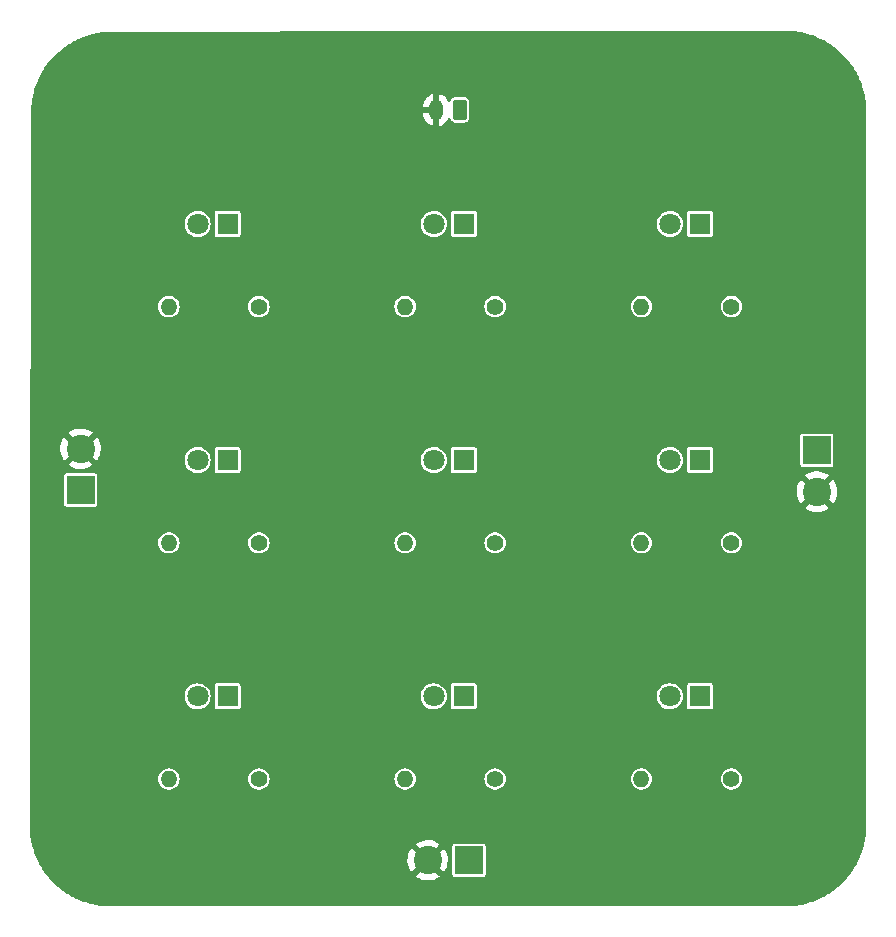
<source format=gbl>
%TF.GenerationSoftware,KiCad,Pcbnew,(5.99.0-9607-gdb88c0fa61)*%
%TF.CreationDate,2021-05-11T21:43:53-07:00*%
%TF.ProjectId,hugo_board,6875676f-5f62-46f6-9172-642e6b696361,rev?*%
%TF.SameCoordinates,Original*%
%TF.FileFunction,Copper,L2,Bot*%
%TF.FilePolarity,Positive*%
%FSLAX46Y46*%
G04 Gerber Fmt 4.6, Leading zero omitted, Abs format (unit mm)*
G04 Created by KiCad (PCBNEW (5.99.0-9607-gdb88c0fa61)) date 2021-05-11 21:43:53*
%MOMM*%
%LPD*%
G01*
G04 APERTURE LIST*
G04 Aperture macros list*
%AMRoundRect*
0 Rectangle with rounded corners*
0 $1 Rounding radius*
0 $2 $3 $4 $5 $6 $7 $8 $9 X,Y pos of 4 corners*
0 Add a 4 corners polygon primitive as box body*
4,1,4,$2,$3,$4,$5,$6,$7,$8,$9,$2,$3,0*
0 Add four circle primitives for the rounded corners*
1,1,$1+$1,$2,$3*
1,1,$1+$1,$4,$5*
1,1,$1+$1,$6,$7*
1,1,$1+$1,$8,$9*
0 Add four rect primitives between the rounded corners*
20,1,$1+$1,$2,$3,$4,$5,0*
20,1,$1+$1,$4,$5,$6,$7,0*
20,1,$1+$1,$6,$7,$8,$9,0*
20,1,$1+$1,$8,$9,$2,$3,0*%
G04 Aperture macros list end*
%TA.AperFunction,ComponentPad*%
%ADD10R,1.800000X1.800000*%
%TD*%
%TA.AperFunction,ComponentPad*%
%ADD11C,1.800000*%
%TD*%
%TA.AperFunction,ComponentPad*%
%ADD12C,1.400000*%
%TD*%
%TA.AperFunction,ComponentPad*%
%ADD13O,1.400000X1.400000*%
%TD*%
%TA.AperFunction,ComponentPad*%
%ADD14R,2.400000X2.400000*%
%TD*%
%TA.AperFunction,ComponentPad*%
%ADD15C,2.400000*%
%TD*%
%TA.AperFunction,ComponentPad*%
%ADD16RoundRect,0.250000X0.350000X0.625000X-0.350000X0.625000X-0.350000X-0.625000X0.350000X-0.625000X0*%
%TD*%
%TA.AperFunction,ComponentPad*%
%ADD17O,1.200000X1.750000*%
%TD*%
G04 APERTURE END LIST*
D10*
%TO.P,GREEN1,1,K*%
%TO.N,+BATT*%
X153610000Y-64887500D03*
D11*
%TO.P,GREEN1,2,A*%
%TO.N,Net-(GREEN1-Pad2)*%
X151070000Y-64887500D03*
%TD*%
D12*
%TO.P,R7,1*%
%TO.N,Net-(GREEN1-Pad2)*%
X156260000Y-71887500D03*
D13*
%TO.P,R7,2*%
%TO.N,Net-(R7-Pad2)*%
X148640000Y-71887500D03*
%TD*%
D14*
%TO.P,SW1,1,1*%
%TO.N,Net-(R1-Pad2)*%
X121165000Y-87418750D03*
D15*
%TO.P,SW1,2,2*%
%TO.N,GND*%
X121165000Y-83918750D03*
%TD*%
D12*
%TO.P,R4,1*%
%TO.N,Net-(R4-Pad1)*%
X176260000Y-71887500D03*
D13*
%TO.P,R4,2*%
%TO.N,Net-(R4-Pad2)*%
X168640000Y-71887500D03*
%TD*%
D12*
%TO.P,R5,1*%
%TO.N,Net-(R5-Pad1)*%
X176260000Y-91887500D03*
D13*
%TO.P,R5,2*%
%TO.N,Net-(R4-Pad2)*%
X168640000Y-91887500D03*
%TD*%
D14*
%TO.P,SW2,1,1*%
%TO.N,Net-(R4-Pad2)*%
X183505000Y-84050000D03*
D15*
%TO.P,SW2,2,2*%
%TO.N,GND*%
X183505000Y-87550000D03*
%TD*%
D12*
%TO.P,R1,1*%
%TO.N,Net-(BLUE1-Pad2)*%
X136260000Y-71887500D03*
D13*
%TO.P,R1,2*%
%TO.N,Net-(R1-Pad2)*%
X128640000Y-71887500D03*
%TD*%
D10*
%TO.P,BLUE2,1,K*%
%TO.N,+BATT*%
X133610000Y-84887500D03*
D11*
%TO.P,BLUE2,2,A*%
%TO.N,Net-(BLUE2-Pad2)*%
X131070000Y-84887500D03*
%TD*%
D10*
%TO.P,BLUE3,1,K*%
%TO.N,+BATT*%
X133610000Y-104887500D03*
D11*
%TO.P,BLUE3,2,A*%
%TO.N,Net-(BLUE3-Pad2)*%
X131070000Y-104887500D03*
%TD*%
D12*
%TO.P,R9,1*%
%TO.N,Net-(GREEN3-Pad2)*%
X156260000Y-111887500D03*
D13*
%TO.P,R9,2*%
%TO.N,Net-(R7-Pad2)*%
X148640000Y-111887500D03*
%TD*%
D10*
%TO.P,RED2,1,K*%
%TO.N,+BATT*%
X173610000Y-84887500D03*
D11*
%TO.P,RED2,2,A*%
%TO.N,Net-(R5-Pad1)*%
X171070000Y-84887500D03*
%TD*%
D12*
%TO.P,R8,1*%
%TO.N,Net-(GREEN2-Pad2)*%
X156260000Y-91887500D03*
D13*
%TO.P,R8,2*%
%TO.N,Net-(R7-Pad2)*%
X148640000Y-91887500D03*
%TD*%
D10*
%TO.P,GREEN2,1,K*%
%TO.N,+BATT*%
X153610000Y-84887500D03*
D11*
%TO.P,GREEN2,2,A*%
%TO.N,Net-(GREEN2-Pad2)*%
X151070000Y-84887500D03*
%TD*%
D10*
%TO.P,GREEN3,1,K*%
%TO.N,+BATT*%
X153610000Y-104887500D03*
D11*
%TO.P,GREEN3,2,A*%
%TO.N,Net-(GREEN3-Pad2)*%
X151070000Y-104887500D03*
%TD*%
D16*
%TO.P,J1,1,Pin_1*%
%TO.N,+BATT*%
X153270000Y-55230000D03*
D17*
%TO.P,J1,2,Pin_2*%
%TO.N,GND*%
X151270000Y-55230000D03*
%TD*%
D10*
%TO.P,BLUE1,1,K*%
%TO.N,+BATT*%
X133610000Y-64887500D03*
D11*
%TO.P,BLUE1,2,A*%
%TO.N,Net-(BLUE1-Pad2)*%
X131070000Y-64887500D03*
%TD*%
D10*
%TO.P,RED3,1,K*%
%TO.N,+BATT*%
X173610000Y-104887500D03*
D11*
%TO.P,RED3,2,A*%
%TO.N,Net-(R6-Pad1)*%
X171070000Y-104887500D03*
%TD*%
D12*
%TO.P,R2,1*%
%TO.N,Net-(BLUE2-Pad2)*%
X136260000Y-91887500D03*
D13*
%TO.P,R2,2*%
%TO.N,Net-(R1-Pad2)*%
X128640000Y-91887500D03*
%TD*%
D14*
%TO.P,SW3,1,1*%
%TO.N,Net-(R7-Pad2)*%
X154050000Y-118760000D03*
D15*
%TO.P,SW3,2,2*%
%TO.N,GND*%
X150550000Y-118760000D03*
%TD*%
D12*
%TO.P,R3,1*%
%TO.N,Net-(BLUE3-Pad2)*%
X136260000Y-111887500D03*
D13*
%TO.P,R3,2*%
%TO.N,Net-(R1-Pad2)*%
X128640000Y-111887500D03*
%TD*%
D10*
%TO.P,RED1,1,K*%
%TO.N,+BATT*%
X173610000Y-64887500D03*
D11*
%TO.P,RED1,2,A*%
%TO.N,Net-(R4-Pad1)*%
X171070000Y-64887500D03*
%TD*%
D12*
%TO.P,R6,1*%
%TO.N,Net-(R6-Pad1)*%
X176260000Y-111887500D03*
D13*
%TO.P,R6,2*%
%TO.N,Net-(R4-Pad2)*%
X168640000Y-111887500D03*
%TD*%
%TA.AperFunction,Conductor*%
%TO.N,GND*%
G36*
X180833030Y-48526277D02*
G01*
X180833732Y-48528015D01*
X180835795Y-48528891D01*
X181021706Y-48530557D01*
X181025235Y-48530638D01*
X181144707Y-48535109D01*
X181162541Y-48535776D01*
X181167245Y-48536040D01*
X181551146Y-48564809D01*
X181555838Y-48565249D01*
X181672556Y-48578400D01*
X181677228Y-48579015D01*
X182057918Y-48636396D01*
X182062524Y-48637179D01*
X182178003Y-48659028D01*
X182182484Y-48659964D01*
X182557876Y-48745644D01*
X182562433Y-48746774D01*
X182675884Y-48777173D01*
X182680375Y-48778468D01*
X183048301Y-48891958D01*
X183052739Y-48893419D01*
X183163611Y-48932215D01*
X183167978Y-48933835D01*
X183349001Y-49004881D01*
X183526349Y-49074485D01*
X183530702Y-49076288D01*
X183638380Y-49123267D01*
X183642663Y-49125232D01*
X183989542Y-49292280D01*
X183993637Y-49294347D01*
X184097534Y-49349259D01*
X184101640Y-49351528D01*
X184435063Y-49544030D01*
X184439098Y-49546461D01*
X184488805Y-49577693D01*
X184538526Y-49608935D01*
X184542440Y-49611498D01*
X184604426Y-49653759D01*
X184860544Y-49828377D01*
X184864368Y-49831090D01*
X184958881Y-49900843D01*
X184962601Y-49903698D01*
X185263608Y-50143744D01*
X185267236Y-50146751D01*
X185356242Y-50223347D01*
X185359756Y-50226486D01*
X185641996Y-50488366D01*
X185645389Y-50491636D01*
X185728363Y-50574610D01*
X185731633Y-50578003D01*
X185993518Y-50860248D01*
X185996658Y-50863762D01*
X186073257Y-50952772D01*
X186076263Y-50956400D01*
X186316301Y-51257398D01*
X186319169Y-51261137D01*
X186388896Y-51355614D01*
X186391623Y-51359457D01*
X186608492Y-51677545D01*
X186611074Y-51681488D01*
X186673539Y-51780902D01*
X186675970Y-51784937D01*
X186868473Y-52118362D01*
X186870744Y-52122470D01*
X186925643Y-52226344D01*
X186927718Y-52230455D01*
X187043011Y-52469864D01*
X187094769Y-52577340D01*
X187096734Y-52581623D01*
X187143708Y-52689290D01*
X187145511Y-52693643D01*
X187286156Y-53051998D01*
X187287795Y-53056416D01*
X187326574Y-53167240D01*
X187328047Y-53171716D01*
X187441534Y-53539633D01*
X187442839Y-53544162D01*
X187473217Y-53657537D01*
X187474351Y-53662109D01*
X187491116Y-53735559D01*
X187560036Y-54037516D01*
X187560976Y-54042021D01*
X187582821Y-54157476D01*
X187583604Y-54162082D01*
X187640984Y-54542763D01*
X187641599Y-54547435D01*
X187652568Y-54644781D01*
X187654752Y-54664167D01*
X187655190Y-54668843D01*
X187668858Y-54851228D01*
X187683960Y-55052754D01*
X187684224Y-55057459D01*
X187689361Y-55194743D01*
X187689443Y-55198302D01*
X187691109Y-55384205D01*
X187691985Y-55386268D01*
X187693749Y-55386980D01*
X187695995Y-55408795D01*
X187694794Y-65303416D01*
X187692285Y-85976550D01*
X187688666Y-115787196D01*
X187686417Y-115809017D01*
X187684647Y-115809732D01*
X187683771Y-115811795D01*
X187683660Y-115824200D01*
X187682106Y-115997674D01*
X187682024Y-116001233D01*
X187676886Y-116138540D01*
X187676886Y-116138542D01*
X187676622Y-116143242D01*
X187647852Y-116527157D01*
X187647414Y-116531833D01*
X187634261Y-116648565D01*
X187633646Y-116653237D01*
X187576266Y-117033918D01*
X187575483Y-117038524D01*
X187553638Y-117153979D01*
X187552698Y-117158484D01*
X187528189Y-117265865D01*
X187467013Y-117533891D01*
X187465879Y-117538463D01*
X187435501Y-117651838D01*
X187434196Y-117656367D01*
X187403529Y-117755787D01*
X187320710Y-118024282D01*
X187320709Y-118024284D01*
X187319238Y-118028755D01*
X187280454Y-118139593D01*
X187278821Y-118143993D01*
X187255696Y-118202916D01*
X187138173Y-118502357D01*
X187136370Y-118506710D01*
X187089396Y-118614377D01*
X187087431Y-118618660D01*
X186920380Y-118965545D01*
X186918305Y-118969656D01*
X186863414Y-119073515D01*
X186861135Y-119077638D01*
X186668632Y-119411063D01*
X186666201Y-119415098D01*
X186603736Y-119514512D01*
X186601164Y-119518440D01*
X186542217Y-119604899D01*
X186384285Y-119836543D01*
X186381558Y-119840386D01*
X186311831Y-119934863D01*
X186308963Y-119938602D01*
X186068925Y-120239600D01*
X186065919Y-120243228D01*
X185989320Y-120332238D01*
X185986180Y-120335752D01*
X185724295Y-120617997D01*
X185721025Y-120621390D01*
X185638051Y-120704364D01*
X185634658Y-120707634D01*
X185352418Y-120969514D01*
X185348904Y-120972653D01*
X185259898Y-121049249D01*
X185256270Y-121052256D01*
X184955263Y-121292302D01*
X184951543Y-121295157D01*
X184857030Y-121364910D01*
X184853206Y-121367623D01*
X184535102Y-121584502D01*
X184531188Y-121587065D01*
X184481467Y-121618307D01*
X184431760Y-121649539D01*
X184427725Y-121651970D01*
X184094302Y-121844472D01*
X184090196Y-121846741D01*
X183986299Y-121901653D01*
X183982204Y-121903720D01*
X183662001Y-122057922D01*
X183635325Y-122070768D01*
X183631042Y-122072733D01*
X183523364Y-122119712D01*
X183519011Y-122121515D01*
X183341663Y-122191119D01*
X183160640Y-122262165D01*
X183156273Y-122263785D01*
X183045401Y-122302581D01*
X183040963Y-122304042D01*
X182673037Y-122417532D01*
X182668546Y-122418827D01*
X182555095Y-122449226D01*
X182550538Y-122450356D01*
X182175146Y-122536036D01*
X182170665Y-122536972D01*
X182055186Y-122558821D01*
X182050580Y-122559604D01*
X181669890Y-122616985D01*
X181665218Y-122617600D01*
X181548500Y-122630751D01*
X181543808Y-122631191D01*
X181350046Y-122645711D01*
X181159903Y-122659960D01*
X181155211Y-122660224D01*
X181017896Y-122665362D01*
X181014358Y-122665443D01*
X180828457Y-122667109D01*
X180826394Y-122667985D01*
X180825680Y-122669753D01*
X180803860Y-122672000D01*
X123734802Y-122672000D01*
X123712982Y-122669753D01*
X123712268Y-122667985D01*
X123710205Y-122667109D01*
X123524301Y-122665443D01*
X123520767Y-122665362D01*
X123383454Y-122660224D01*
X123378758Y-122659960D01*
X122994843Y-122631190D01*
X122990182Y-122630753D01*
X122873437Y-122617599D01*
X122868763Y-122616984D01*
X122488082Y-122559604D01*
X122483476Y-122558821D01*
X122368021Y-122536976D01*
X122363516Y-122536036D01*
X122206160Y-122500121D01*
X121988109Y-122450351D01*
X121983537Y-122449217D01*
X121870162Y-122418839D01*
X121865633Y-122417534D01*
X121542575Y-122317884D01*
X121497710Y-122304045D01*
X121493240Y-122302574D01*
X121382407Y-122263792D01*
X121378007Y-122262159D01*
X121319084Y-122239034D01*
X121019643Y-122121511D01*
X121015290Y-122119708D01*
X120907623Y-122072734D01*
X120903340Y-122070769D01*
X120795864Y-122019011D01*
X120556455Y-121903718D01*
X120552344Y-121901643D01*
X120448470Y-121846744D01*
X120444362Y-121844473D01*
X120110937Y-121651970D01*
X120106902Y-121649539D01*
X120057195Y-121618307D01*
X120007474Y-121587065D01*
X120003560Y-121584502D01*
X119901018Y-121514590D01*
X119685457Y-121367623D01*
X119681614Y-121364896D01*
X119587137Y-121295169D01*
X119583398Y-121292301D01*
X119282400Y-121052263D01*
X119278772Y-121049257D01*
X119189762Y-120972658D01*
X119186248Y-120969518D01*
X118904003Y-120707633D01*
X118900610Y-120704363D01*
X118817636Y-120621389D01*
X118814366Y-120617996D01*
X118552486Y-120335756D01*
X118549347Y-120332242D01*
X118472751Y-120243236D01*
X118469744Y-120239608D01*
X118387142Y-120136029D01*
X149539180Y-120136029D01*
X149546436Y-120146201D01*
X149561323Y-120158452D01*
X149569125Y-120163934D01*
X149784223Y-120291905D01*
X149792780Y-120296152D01*
X150024751Y-120390111D01*
X150033853Y-120393015D01*
X150277365Y-120450803D01*
X150286805Y-120452299D01*
X150536261Y-120472589D01*
X150545805Y-120472639D01*
X150795457Y-120454963D01*
X150804915Y-120453566D01*
X151049030Y-120398328D01*
X151058137Y-120395526D01*
X151291101Y-120303994D01*
X151299687Y-120299844D01*
X151516117Y-120174131D01*
X151523977Y-120168729D01*
X151551711Y-120146391D01*
X151560177Y-120134203D01*
X151553813Y-120123023D01*
X150562812Y-119132022D01*
X150548868Y-119124408D01*
X150547035Y-119124539D01*
X150540420Y-119128790D01*
X149546396Y-120122814D01*
X149539180Y-120136029D01*
X118387142Y-120136029D01*
X118229698Y-119938601D01*
X118226843Y-119934881D01*
X118157090Y-119840368D01*
X118154377Y-119836544D01*
X118087291Y-119738147D01*
X117937498Y-119518440D01*
X117934926Y-119514512D01*
X117872461Y-119415098D01*
X117870030Y-119411063D01*
X117677528Y-119077640D01*
X117675249Y-119073517D01*
X117675248Y-119073515D01*
X117620347Y-118969637D01*
X117618263Y-118965507D01*
X117555852Y-118835909D01*
X148839040Y-118835909D01*
X148839490Y-118845447D01*
X148870208Y-119093839D01*
X148872093Y-119103190D01*
X148940032Y-119344078D01*
X148943314Y-119353048D01*
X149046906Y-119580888D01*
X149051506Y-119589253D01*
X149164090Y-119761627D01*
X149174815Y-119770783D01*
X149184531Y-119766259D01*
X150177978Y-118772812D01*
X150184356Y-118761132D01*
X150914408Y-118761132D01*
X150914539Y-118762965D01*
X150918790Y-118769580D01*
X151912514Y-119763304D01*
X151923860Y-119769500D01*
X151936349Y-119759618D01*
X152039729Y-119604899D01*
X152044416Y-119596581D01*
X152150392Y-119369832D01*
X152153760Y-119360920D01*
X152224221Y-119120741D01*
X152226204Y-119111413D01*
X152259723Y-118861861D01*
X152260255Y-118855323D01*
X152262905Y-118763295D01*
X152262750Y-118756710D01*
X152243653Y-118505657D01*
X152242211Y-118496234D01*
X152185695Y-118252407D01*
X152182839Y-118243295D01*
X152090096Y-118010834D01*
X152085893Y-118002254D01*
X151959059Y-117786501D01*
X151953600Y-117778648D01*
X151936750Y-117757950D01*
X151924427Y-117749484D01*
X151913423Y-117755787D01*
X150922022Y-118747188D01*
X150914408Y-118761132D01*
X150184356Y-118761132D01*
X150185592Y-118758868D01*
X150185461Y-118757035D01*
X150181210Y-118750420D01*
X149188851Y-117758061D01*
X149176592Y-117751367D01*
X149165152Y-117759989D01*
X149101726Y-117845861D01*
X149096649Y-117853954D01*
X148980114Y-118075450D01*
X148976325Y-118084208D01*
X148894634Y-118320785D01*
X148892210Y-118330023D01*
X148847244Y-118576234D01*
X148846246Y-118585727D01*
X148839040Y-118835909D01*
X117555852Y-118835909D01*
X117451232Y-118618663D01*
X117449267Y-118614380D01*
X117402288Y-118506702D01*
X117400485Y-118502349D01*
X117302390Y-118252407D01*
X117259835Y-118143978D01*
X117258215Y-118139611D01*
X117219419Y-118028739D01*
X117217952Y-118024282D01*
X117211158Y-118002254D01*
X117104465Y-117656367D01*
X117103168Y-117651866D01*
X117103161Y-117651838D01*
X117072774Y-117538433D01*
X117071642Y-117533868D01*
X117059657Y-117481359D01*
X117037967Y-117386327D01*
X149541431Y-117386327D01*
X149548308Y-117399098D01*
X150537188Y-118387978D01*
X150551132Y-118395592D01*
X150552965Y-118395461D01*
X150559580Y-118391210D01*
X151390790Y-117560000D01*
X152644500Y-117560000D01*
X152644500Y-119960000D01*
X152660143Y-120038641D01*
X152667035Y-120048956D01*
X152667036Y-120048958D01*
X152697797Y-120094994D01*
X152704690Y-120105310D01*
X152715006Y-120112203D01*
X152761042Y-120142964D01*
X152761044Y-120142965D01*
X152771359Y-120149857D01*
X152783526Y-120152277D01*
X152783528Y-120152278D01*
X152814568Y-120158452D01*
X152850000Y-120165500D01*
X155250000Y-120165500D01*
X155285432Y-120158452D01*
X155316472Y-120152278D01*
X155316474Y-120152277D01*
X155328641Y-120149857D01*
X155338956Y-120142965D01*
X155338958Y-120142964D01*
X155384994Y-120112203D01*
X155395310Y-120105310D01*
X155402203Y-120094994D01*
X155432964Y-120048958D01*
X155432965Y-120048956D01*
X155439857Y-120038641D01*
X155455500Y-119960000D01*
X155455500Y-117560000D01*
X155439857Y-117481359D01*
X155432965Y-117471044D01*
X155432964Y-117471042D01*
X155402203Y-117425006D01*
X155395310Y-117414690D01*
X155369081Y-117397164D01*
X155338958Y-117377036D01*
X155338956Y-117377035D01*
X155328641Y-117370143D01*
X155316474Y-117367723D01*
X155316472Y-117367722D01*
X155274831Y-117359439D01*
X155250000Y-117354500D01*
X152850000Y-117354500D01*
X152825169Y-117359439D01*
X152783528Y-117367722D01*
X152783526Y-117367723D01*
X152771359Y-117370143D01*
X152761044Y-117377035D01*
X152761042Y-117377036D01*
X152730919Y-117397164D01*
X152704690Y-117414690D01*
X152697797Y-117425006D01*
X152667036Y-117471042D01*
X152667035Y-117471044D01*
X152660143Y-117481359D01*
X152644500Y-117560000D01*
X151390790Y-117560000D01*
X151553626Y-117397164D01*
X151560386Y-117384784D01*
X151553825Y-117376019D01*
X151387085Y-117265865D01*
X151378747Y-117261224D01*
X151151456Y-117156442D01*
X151142502Y-117153112D01*
X150901968Y-117083912D01*
X150892635Y-117081980D01*
X150644388Y-117049959D01*
X150634874Y-117049461D01*
X150384644Y-117055357D01*
X150375161Y-117056304D01*
X150128703Y-117099982D01*
X150119463Y-117102355D01*
X149882455Y-117182809D01*
X149873684Y-117186550D01*
X149651567Y-117301931D01*
X149643467Y-117306953D01*
X149549859Y-117375338D01*
X149541431Y-117386327D01*
X117037967Y-117386327D01*
X116985964Y-117158484D01*
X116985028Y-117154003D01*
X116963179Y-117038524D01*
X116962396Y-117033918D01*
X116905015Y-116653228D01*
X116904400Y-116648556D01*
X116891249Y-116531838D01*
X116890809Y-116527146D01*
X116862040Y-116143244D01*
X116861776Y-116138540D01*
X116856639Y-116001265D01*
X116856556Y-115997682D01*
X116855002Y-115824205D01*
X116854891Y-115811795D01*
X116854015Y-115809732D01*
X116852289Y-115809035D01*
X116850073Y-115787302D01*
X116856037Y-112786668D01*
X116857824Y-111887500D01*
X127734500Y-111887500D01*
X127754287Y-112075764D01*
X127812785Y-112255800D01*
X127907435Y-112419740D01*
X128034102Y-112560418D01*
X128039444Y-112564299D01*
X128039446Y-112564301D01*
X128181908Y-112667805D01*
X128187250Y-112671686D01*
X128193278Y-112674370D01*
X128193280Y-112674371D01*
X128354154Y-112745997D01*
X128360185Y-112748682D01*
X128452767Y-112768361D01*
X128538892Y-112786668D01*
X128538897Y-112786668D01*
X128545349Y-112788040D01*
X128734651Y-112788040D01*
X128741103Y-112786668D01*
X128741108Y-112786668D01*
X128827233Y-112768361D01*
X128919815Y-112748682D01*
X128925846Y-112745997D01*
X129086720Y-112674371D01*
X129086722Y-112674370D01*
X129092750Y-112671686D01*
X129098092Y-112667805D01*
X129240554Y-112564301D01*
X129240556Y-112564299D01*
X129245898Y-112560418D01*
X129372565Y-112419740D01*
X129467215Y-112255800D01*
X129525713Y-112075764D01*
X129545500Y-111887500D01*
X135354500Y-111887500D01*
X135374287Y-112075764D01*
X135432785Y-112255800D01*
X135527435Y-112419740D01*
X135654102Y-112560418D01*
X135659444Y-112564299D01*
X135659446Y-112564301D01*
X135801908Y-112667805D01*
X135807250Y-112671686D01*
X135813278Y-112674370D01*
X135813280Y-112674371D01*
X135974154Y-112745997D01*
X135980185Y-112748682D01*
X136072767Y-112768361D01*
X136158892Y-112786668D01*
X136158897Y-112786668D01*
X136165349Y-112788040D01*
X136354651Y-112788040D01*
X136361103Y-112786668D01*
X136361108Y-112786668D01*
X136447233Y-112768361D01*
X136539815Y-112748682D01*
X136545846Y-112745997D01*
X136706720Y-112674371D01*
X136706722Y-112674370D01*
X136712750Y-112671686D01*
X136718092Y-112667805D01*
X136860554Y-112564301D01*
X136860556Y-112564299D01*
X136865898Y-112560418D01*
X136992565Y-112419740D01*
X137087215Y-112255800D01*
X137145713Y-112075764D01*
X137165500Y-111887500D01*
X147734500Y-111887500D01*
X147754287Y-112075764D01*
X147812785Y-112255800D01*
X147907435Y-112419740D01*
X148034102Y-112560418D01*
X148039444Y-112564299D01*
X148039446Y-112564301D01*
X148181908Y-112667805D01*
X148187250Y-112671686D01*
X148193278Y-112674370D01*
X148193280Y-112674371D01*
X148354154Y-112745997D01*
X148360185Y-112748682D01*
X148452767Y-112768361D01*
X148538892Y-112786668D01*
X148538897Y-112786668D01*
X148545349Y-112788040D01*
X148734651Y-112788040D01*
X148741103Y-112786668D01*
X148741108Y-112786668D01*
X148827233Y-112768361D01*
X148919815Y-112748682D01*
X148925846Y-112745997D01*
X149086720Y-112674371D01*
X149086722Y-112674370D01*
X149092750Y-112671686D01*
X149098092Y-112667805D01*
X149240554Y-112564301D01*
X149240556Y-112564299D01*
X149245898Y-112560418D01*
X149372565Y-112419740D01*
X149467215Y-112255800D01*
X149525713Y-112075764D01*
X149545500Y-111887500D01*
X155354500Y-111887500D01*
X155374287Y-112075764D01*
X155432785Y-112255800D01*
X155527435Y-112419740D01*
X155654102Y-112560418D01*
X155659444Y-112564299D01*
X155659446Y-112564301D01*
X155801908Y-112667805D01*
X155807250Y-112671686D01*
X155813278Y-112674370D01*
X155813280Y-112674371D01*
X155974154Y-112745997D01*
X155980185Y-112748682D01*
X156072767Y-112768361D01*
X156158892Y-112786668D01*
X156158897Y-112786668D01*
X156165349Y-112788040D01*
X156354651Y-112788040D01*
X156361103Y-112786668D01*
X156361108Y-112786668D01*
X156447233Y-112768361D01*
X156539815Y-112748682D01*
X156545846Y-112745997D01*
X156706720Y-112674371D01*
X156706722Y-112674370D01*
X156712750Y-112671686D01*
X156718092Y-112667805D01*
X156860554Y-112564301D01*
X156860556Y-112564299D01*
X156865898Y-112560418D01*
X156992565Y-112419740D01*
X157087215Y-112255800D01*
X157145713Y-112075764D01*
X157165500Y-111887500D01*
X167734500Y-111887500D01*
X167754287Y-112075764D01*
X167812785Y-112255800D01*
X167907435Y-112419740D01*
X168034102Y-112560418D01*
X168039444Y-112564299D01*
X168039446Y-112564301D01*
X168181908Y-112667805D01*
X168187250Y-112671686D01*
X168193278Y-112674370D01*
X168193280Y-112674371D01*
X168354154Y-112745997D01*
X168360185Y-112748682D01*
X168452767Y-112768361D01*
X168538892Y-112786668D01*
X168538897Y-112786668D01*
X168545349Y-112788040D01*
X168734651Y-112788040D01*
X168741103Y-112786668D01*
X168741108Y-112786668D01*
X168827233Y-112768361D01*
X168919815Y-112748682D01*
X168925846Y-112745997D01*
X169086720Y-112674371D01*
X169086722Y-112674370D01*
X169092750Y-112671686D01*
X169098092Y-112667805D01*
X169240554Y-112564301D01*
X169240556Y-112564299D01*
X169245898Y-112560418D01*
X169372565Y-112419740D01*
X169467215Y-112255800D01*
X169525713Y-112075764D01*
X169545500Y-111887500D01*
X175354500Y-111887500D01*
X175374287Y-112075764D01*
X175432785Y-112255800D01*
X175527435Y-112419740D01*
X175654102Y-112560418D01*
X175659444Y-112564299D01*
X175659446Y-112564301D01*
X175801908Y-112667805D01*
X175807250Y-112671686D01*
X175813278Y-112674370D01*
X175813280Y-112674371D01*
X175974154Y-112745997D01*
X175980185Y-112748682D01*
X176072767Y-112768361D01*
X176158892Y-112786668D01*
X176158897Y-112786668D01*
X176165349Y-112788040D01*
X176354651Y-112788040D01*
X176361103Y-112786668D01*
X176361108Y-112786668D01*
X176447233Y-112768361D01*
X176539815Y-112748682D01*
X176545846Y-112745997D01*
X176706720Y-112674371D01*
X176706722Y-112674370D01*
X176712750Y-112671686D01*
X176718092Y-112667805D01*
X176860554Y-112564301D01*
X176860556Y-112564299D01*
X176865898Y-112560418D01*
X176992565Y-112419740D01*
X177087215Y-112255800D01*
X177145713Y-112075764D01*
X177165500Y-111887500D01*
X177145713Y-111699236D01*
X177087215Y-111519200D01*
X176992565Y-111355260D01*
X176865898Y-111214582D01*
X176860556Y-111210701D01*
X176860554Y-111210699D01*
X176718092Y-111107195D01*
X176718091Y-111107194D01*
X176712750Y-111103314D01*
X176706722Y-111100630D01*
X176706720Y-111100629D01*
X176545846Y-111029003D01*
X176545844Y-111029002D01*
X176539815Y-111026318D01*
X176447233Y-111006639D01*
X176361108Y-110988332D01*
X176361103Y-110988332D01*
X176354651Y-110986960D01*
X176165349Y-110986960D01*
X176158897Y-110988332D01*
X176158892Y-110988332D01*
X176072767Y-111006639D01*
X175980185Y-111026318D01*
X175974156Y-111029002D01*
X175974154Y-111029003D01*
X175813280Y-111100629D01*
X175813278Y-111100630D01*
X175807250Y-111103314D01*
X175801909Y-111107194D01*
X175801908Y-111107195D01*
X175659446Y-111210699D01*
X175659444Y-111210701D01*
X175654102Y-111214582D01*
X175527435Y-111355260D01*
X175432785Y-111519200D01*
X175374287Y-111699236D01*
X175354500Y-111887500D01*
X169545500Y-111887500D01*
X169525713Y-111699236D01*
X169467215Y-111519200D01*
X169372565Y-111355260D01*
X169245898Y-111214582D01*
X169240556Y-111210701D01*
X169240554Y-111210699D01*
X169098092Y-111107195D01*
X169098091Y-111107194D01*
X169092750Y-111103314D01*
X169086722Y-111100630D01*
X169086720Y-111100629D01*
X168925846Y-111029003D01*
X168925844Y-111029002D01*
X168919815Y-111026318D01*
X168827233Y-111006639D01*
X168741108Y-110988332D01*
X168741103Y-110988332D01*
X168734651Y-110986960D01*
X168545349Y-110986960D01*
X168538897Y-110988332D01*
X168538892Y-110988332D01*
X168452767Y-111006639D01*
X168360185Y-111026318D01*
X168354156Y-111029002D01*
X168354154Y-111029003D01*
X168193280Y-111100629D01*
X168193278Y-111100630D01*
X168187250Y-111103314D01*
X168181909Y-111107194D01*
X168181908Y-111107195D01*
X168039446Y-111210699D01*
X168039444Y-111210701D01*
X168034102Y-111214582D01*
X167907435Y-111355260D01*
X167812785Y-111519200D01*
X167754287Y-111699236D01*
X167734500Y-111887500D01*
X157165500Y-111887500D01*
X157145713Y-111699236D01*
X157087215Y-111519200D01*
X156992565Y-111355260D01*
X156865898Y-111214582D01*
X156860556Y-111210701D01*
X156860554Y-111210699D01*
X156718092Y-111107195D01*
X156718091Y-111107194D01*
X156712750Y-111103314D01*
X156706722Y-111100630D01*
X156706720Y-111100629D01*
X156545846Y-111029003D01*
X156545844Y-111029002D01*
X156539815Y-111026318D01*
X156447233Y-111006639D01*
X156361108Y-110988332D01*
X156361103Y-110988332D01*
X156354651Y-110986960D01*
X156165349Y-110986960D01*
X156158897Y-110988332D01*
X156158892Y-110988332D01*
X156072767Y-111006639D01*
X155980185Y-111026318D01*
X155974156Y-111029002D01*
X155974154Y-111029003D01*
X155813280Y-111100629D01*
X155813278Y-111100630D01*
X155807250Y-111103314D01*
X155801909Y-111107194D01*
X155801908Y-111107195D01*
X155659446Y-111210699D01*
X155659444Y-111210701D01*
X155654102Y-111214582D01*
X155527435Y-111355260D01*
X155432785Y-111519200D01*
X155374287Y-111699236D01*
X155354500Y-111887500D01*
X149545500Y-111887500D01*
X149525713Y-111699236D01*
X149467215Y-111519200D01*
X149372565Y-111355260D01*
X149245898Y-111214582D01*
X149240556Y-111210701D01*
X149240554Y-111210699D01*
X149098092Y-111107195D01*
X149098091Y-111107194D01*
X149092750Y-111103314D01*
X149086722Y-111100630D01*
X149086720Y-111100629D01*
X148925846Y-111029003D01*
X148925844Y-111029002D01*
X148919815Y-111026318D01*
X148827233Y-111006639D01*
X148741108Y-110988332D01*
X148741103Y-110988332D01*
X148734651Y-110986960D01*
X148545349Y-110986960D01*
X148538897Y-110988332D01*
X148538892Y-110988332D01*
X148452767Y-111006639D01*
X148360185Y-111026318D01*
X148354156Y-111029002D01*
X148354154Y-111029003D01*
X148193280Y-111100629D01*
X148193278Y-111100630D01*
X148187250Y-111103314D01*
X148181909Y-111107194D01*
X148181908Y-111107195D01*
X148039446Y-111210699D01*
X148039444Y-111210701D01*
X148034102Y-111214582D01*
X147907435Y-111355260D01*
X147812785Y-111519200D01*
X147754287Y-111699236D01*
X147734500Y-111887500D01*
X137165500Y-111887500D01*
X137145713Y-111699236D01*
X137087215Y-111519200D01*
X136992565Y-111355260D01*
X136865898Y-111214582D01*
X136860556Y-111210701D01*
X136860554Y-111210699D01*
X136718092Y-111107195D01*
X136718091Y-111107194D01*
X136712750Y-111103314D01*
X136706722Y-111100630D01*
X136706720Y-111100629D01*
X136545846Y-111029003D01*
X136545844Y-111029002D01*
X136539815Y-111026318D01*
X136447233Y-111006639D01*
X136361108Y-110988332D01*
X136361103Y-110988332D01*
X136354651Y-110986960D01*
X136165349Y-110986960D01*
X136158897Y-110988332D01*
X136158892Y-110988332D01*
X136072767Y-111006639D01*
X135980185Y-111026318D01*
X135974156Y-111029002D01*
X135974154Y-111029003D01*
X135813280Y-111100629D01*
X135813278Y-111100630D01*
X135807250Y-111103314D01*
X135801909Y-111107194D01*
X135801908Y-111107195D01*
X135659446Y-111210699D01*
X135659444Y-111210701D01*
X135654102Y-111214582D01*
X135527435Y-111355260D01*
X135432785Y-111519200D01*
X135374287Y-111699236D01*
X135354500Y-111887500D01*
X129545500Y-111887500D01*
X129525713Y-111699236D01*
X129467215Y-111519200D01*
X129372565Y-111355260D01*
X129245898Y-111214582D01*
X129240556Y-111210701D01*
X129240554Y-111210699D01*
X129098092Y-111107195D01*
X129098091Y-111107194D01*
X129092750Y-111103314D01*
X129086722Y-111100630D01*
X129086720Y-111100629D01*
X128925846Y-111029003D01*
X128925844Y-111029002D01*
X128919815Y-111026318D01*
X128827233Y-111006639D01*
X128741108Y-110988332D01*
X128741103Y-110988332D01*
X128734651Y-110986960D01*
X128545349Y-110986960D01*
X128538897Y-110988332D01*
X128538892Y-110988332D01*
X128452767Y-111006639D01*
X128360185Y-111026318D01*
X128354156Y-111029002D01*
X128354154Y-111029003D01*
X128193280Y-111100629D01*
X128193278Y-111100630D01*
X128187250Y-111103314D01*
X128181909Y-111107194D01*
X128181908Y-111107195D01*
X128039446Y-111210699D01*
X128039444Y-111210701D01*
X128034102Y-111214582D01*
X127907435Y-111355260D01*
X127812785Y-111519200D01*
X127754287Y-111699236D01*
X127734500Y-111887500D01*
X116857824Y-111887500D01*
X116859383Y-111103314D01*
X116871535Y-104989616D01*
X129969226Y-104989616D01*
X130008395Y-105195925D01*
X130010607Y-105201497D01*
X130083658Y-105385534D01*
X130083661Y-105385540D01*
X130085870Y-105391105D01*
X130198854Y-105568114D01*
X130343272Y-105720564D01*
X130513911Y-105842956D01*
X130519357Y-105845466D01*
X130519361Y-105845469D01*
X130699171Y-105928362D01*
X130704616Y-105930872D01*
X130710432Y-105932306D01*
X130710435Y-105932307D01*
X130804535Y-105955507D01*
X130908505Y-105981141D01*
X130914495Y-105981450D01*
X130914497Y-105981450D01*
X130987889Y-105985232D01*
X131118221Y-105991948D01*
X131124156Y-105991119D01*
X131124160Y-105991119D01*
X131285206Y-105968628D01*
X131326197Y-105962904D01*
X131524929Y-105895056D01*
X131530137Y-105892079D01*
X131530140Y-105892078D01*
X131616086Y-105842956D01*
X131707246Y-105790854D01*
X131866569Y-105654056D01*
X131997150Y-105489598D01*
X132094277Y-105303416D01*
X132154446Y-105102226D01*
X132175485Y-104893288D01*
X132175500Y-104887500D01*
X132155555Y-104678455D01*
X132096441Y-104476953D01*
X132093697Y-104471625D01*
X132003036Y-104295595D01*
X132003034Y-104295592D01*
X132000290Y-104290264D01*
X131870572Y-104125126D01*
X131789724Y-104054969D01*
X131716498Y-103991426D01*
X131716493Y-103991422D01*
X131711973Y-103987500D01*
X132504500Y-103987500D01*
X132504500Y-105787500D01*
X132520143Y-105866141D01*
X132527035Y-105876456D01*
X132527036Y-105876458D01*
X132539463Y-105895056D01*
X132564690Y-105932810D01*
X132575006Y-105939703D01*
X132621042Y-105970464D01*
X132621044Y-105970465D01*
X132631359Y-105977357D01*
X132643526Y-105979777D01*
X132643528Y-105979778D01*
X132685169Y-105988061D01*
X132710000Y-105993000D01*
X134510000Y-105993000D01*
X134534831Y-105988061D01*
X134576472Y-105979778D01*
X134576474Y-105979777D01*
X134588641Y-105977357D01*
X134598956Y-105970465D01*
X134598958Y-105970464D01*
X134644994Y-105939703D01*
X134655310Y-105932810D01*
X134680537Y-105895056D01*
X134692964Y-105876458D01*
X134692965Y-105876456D01*
X134699857Y-105866141D01*
X134715500Y-105787500D01*
X134715500Y-104989616D01*
X149969226Y-104989616D01*
X150008395Y-105195925D01*
X150010607Y-105201497D01*
X150083658Y-105385534D01*
X150083661Y-105385540D01*
X150085870Y-105391105D01*
X150198854Y-105568114D01*
X150343272Y-105720564D01*
X150513911Y-105842956D01*
X150519357Y-105845466D01*
X150519361Y-105845469D01*
X150699171Y-105928362D01*
X150704616Y-105930872D01*
X150710432Y-105932306D01*
X150710435Y-105932307D01*
X150804535Y-105955507D01*
X150908505Y-105981141D01*
X150914495Y-105981450D01*
X150914497Y-105981450D01*
X150987889Y-105985232D01*
X151118221Y-105991948D01*
X151124156Y-105991119D01*
X151124160Y-105991119D01*
X151285206Y-105968628D01*
X151326197Y-105962904D01*
X151524929Y-105895056D01*
X151530137Y-105892079D01*
X151530140Y-105892078D01*
X151616086Y-105842956D01*
X151707246Y-105790854D01*
X151866569Y-105654056D01*
X151997150Y-105489598D01*
X152094277Y-105303416D01*
X152154446Y-105102226D01*
X152175485Y-104893288D01*
X152175500Y-104887500D01*
X152155555Y-104678455D01*
X152096441Y-104476953D01*
X152093697Y-104471625D01*
X152003036Y-104295595D01*
X152003034Y-104295592D01*
X152000290Y-104290264D01*
X151870572Y-104125126D01*
X151789724Y-104054969D01*
X151716498Y-103991426D01*
X151716493Y-103991422D01*
X151711973Y-103987500D01*
X152504500Y-103987500D01*
X152504500Y-105787500D01*
X152520143Y-105866141D01*
X152527035Y-105876456D01*
X152527036Y-105876458D01*
X152539463Y-105895056D01*
X152564690Y-105932810D01*
X152575006Y-105939703D01*
X152621042Y-105970464D01*
X152621044Y-105970465D01*
X152631359Y-105977357D01*
X152643526Y-105979777D01*
X152643528Y-105979778D01*
X152685169Y-105988061D01*
X152710000Y-105993000D01*
X154510000Y-105993000D01*
X154534831Y-105988061D01*
X154576472Y-105979778D01*
X154576474Y-105979777D01*
X154588641Y-105977357D01*
X154598956Y-105970465D01*
X154598958Y-105970464D01*
X154644994Y-105939703D01*
X154655310Y-105932810D01*
X154680537Y-105895056D01*
X154692964Y-105876458D01*
X154692965Y-105876456D01*
X154699857Y-105866141D01*
X154715500Y-105787500D01*
X154715500Y-104989616D01*
X169969226Y-104989616D01*
X170008395Y-105195925D01*
X170010607Y-105201497D01*
X170083658Y-105385534D01*
X170083661Y-105385540D01*
X170085870Y-105391105D01*
X170198854Y-105568114D01*
X170343272Y-105720564D01*
X170513911Y-105842956D01*
X170519357Y-105845466D01*
X170519361Y-105845469D01*
X170699171Y-105928362D01*
X170704616Y-105930872D01*
X170710432Y-105932306D01*
X170710435Y-105932307D01*
X170804535Y-105955507D01*
X170908505Y-105981141D01*
X170914495Y-105981450D01*
X170914497Y-105981450D01*
X170987889Y-105985232D01*
X171118221Y-105991948D01*
X171124156Y-105991119D01*
X171124160Y-105991119D01*
X171285206Y-105968628D01*
X171326197Y-105962904D01*
X171524929Y-105895056D01*
X171530137Y-105892079D01*
X171530140Y-105892078D01*
X171616086Y-105842956D01*
X171707246Y-105790854D01*
X171866569Y-105654056D01*
X171997150Y-105489598D01*
X172094277Y-105303416D01*
X172154446Y-105102226D01*
X172175485Y-104893288D01*
X172175500Y-104887500D01*
X172155555Y-104678455D01*
X172096441Y-104476953D01*
X172093697Y-104471625D01*
X172003036Y-104295595D01*
X172003034Y-104295592D01*
X172000290Y-104290264D01*
X171870572Y-104125126D01*
X171789724Y-104054969D01*
X171716498Y-103991426D01*
X171716493Y-103991422D01*
X171711973Y-103987500D01*
X172504500Y-103987500D01*
X172504500Y-105787500D01*
X172520143Y-105866141D01*
X172527035Y-105876456D01*
X172527036Y-105876458D01*
X172539463Y-105895056D01*
X172564690Y-105932810D01*
X172575006Y-105939703D01*
X172621042Y-105970464D01*
X172621044Y-105970465D01*
X172631359Y-105977357D01*
X172643526Y-105979777D01*
X172643528Y-105979778D01*
X172685169Y-105988061D01*
X172710000Y-105993000D01*
X174510000Y-105993000D01*
X174534831Y-105988061D01*
X174576472Y-105979778D01*
X174576474Y-105979777D01*
X174588641Y-105977357D01*
X174598956Y-105970465D01*
X174598958Y-105970464D01*
X174644994Y-105939703D01*
X174655310Y-105932810D01*
X174680537Y-105895056D01*
X174692964Y-105876458D01*
X174692965Y-105876456D01*
X174699857Y-105866141D01*
X174715500Y-105787500D01*
X174715500Y-103987500D01*
X174704582Y-103932613D01*
X174702278Y-103921028D01*
X174702277Y-103921026D01*
X174699857Y-103908859D01*
X174692965Y-103898544D01*
X174692964Y-103898542D01*
X174662203Y-103852506D01*
X174655310Y-103842190D01*
X174644994Y-103835297D01*
X174598958Y-103804536D01*
X174598956Y-103804535D01*
X174588641Y-103797643D01*
X174576474Y-103795223D01*
X174576472Y-103795222D01*
X174520964Y-103784181D01*
X174510000Y-103782000D01*
X172710000Y-103782000D01*
X172699036Y-103784181D01*
X172643528Y-103795222D01*
X172643526Y-103795223D01*
X172631359Y-103797643D01*
X172621044Y-103804535D01*
X172621042Y-103804536D01*
X172575006Y-103835297D01*
X172564690Y-103842190D01*
X172557797Y-103852506D01*
X172527036Y-103898542D01*
X172527035Y-103898544D01*
X172520143Y-103908859D01*
X172517723Y-103921026D01*
X172517722Y-103921028D01*
X172515418Y-103932613D01*
X172504500Y-103987500D01*
X171711973Y-103987500D01*
X171711967Y-103987495D01*
X171530198Y-103882339D01*
X171502328Y-103872661D01*
X171337499Y-103815422D01*
X171337496Y-103815421D01*
X171331825Y-103813452D01*
X171227914Y-103798386D01*
X171129944Y-103784181D01*
X171129940Y-103784181D01*
X171124003Y-103783320D01*
X170914234Y-103793029D01*
X170821317Y-103815422D01*
X170715909Y-103840825D01*
X170715907Y-103840826D01*
X170710084Y-103842229D01*
X170704629Y-103844709D01*
X170704627Y-103844710D01*
X170621868Y-103882339D01*
X170518922Y-103929146D01*
X170347644Y-104050642D01*
X170343506Y-104054965D01*
X170343501Y-104054969D01*
X170271824Y-104129844D01*
X170202430Y-104202334D01*
X170088520Y-104378749D01*
X170010025Y-104573521D01*
X169969776Y-104779622D01*
X169969760Y-104785608D01*
X169969760Y-104785611D01*
X169969499Y-104885451D01*
X169969226Y-104989616D01*
X154715500Y-104989616D01*
X154715500Y-103987500D01*
X154704582Y-103932613D01*
X154702278Y-103921028D01*
X154702277Y-103921026D01*
X154699857Y-103908859D01*
X154692965Y-103898544D01*
X154692964Y-103898542D01*
X154662203Y-103852506D01*
X154655310Y-103842190D01*
X154644994Y-103835297D01*
X154598958Y-103804536D01*
X154598956Y-103804535D01*
X154588641Y-103797643D01*
X154576474Y-103795223D01*
X154576472Y-103795222D01*
X154520964Y-103784181D01*
X154510000Y-103782000D01*
X152710000Y-103782000D01*
X152699036Y-103784181D01*
X152643528Y-103795222D01*
X152643526Y-103795223D01*
X152631359Y-103797643D01*
X152621044Y-103804535D01*
X152621042Y-103804536D01*
X152575006Y-103835297D01*
X152564690Y-103842190D01*
X152557797Y-103852506D01*
X152527036Y-103898542D01*
X152527035Y-103898544D01*
X152520143Y-103908859D01*
X152517723Y-103921026D01*
X152517722Y-103921028D01*
X152515418Y-103932613D01*
X152504500Y-103987500D01*
X151711973Y-103987500D01*
X151711967Y-103987495D01*
X151530198Y-103882339D01*
X151502328Y-103872661D01*
X151337499Y-103815422D01*
X151337496Y-103815421D01*
X151331825Y-103813452D01*
X151227914Y-103798386D01*
X151129944Y-103784181D01*
X151129940Y-103784181D01*
X151124003Y-103783320D01*
X150914234Y-103793029D01*
X150821317Y-103815422D01*
X150715909Y-103840825D01*
X150715907Y-103840826D01*
X150710084Y-103842229D01*
X150704629Y-103844709D01*
X150704627Y-103844710D01*
X150621868Y-103882339D01*
X150518922Y-103929146D01*
X150347644Y-104050642D01*
X150343506Y-104054965D01*
X150343501Y-104054969D01*
X150271824Y-104129844D01*
X150202430Y-104202334D01*
X150088520Y-104378749D01*
X150010025Y-104573521D01*
X149969776Y-104779622D01*
X149969760Y-104785608D01*
X149969760Y-104785611D01*
X149969499Y-104885451D01*
X149969226Y-104989616D01*
X134715500Y-104989616D01*
X134715500Y-103987500D01*
X134704582Y-103932613D01*
X134702278Y-103921028D01*
X134702277Y-103921026D01*
X134699857Y-103908859D01*
X134692965Y-103898544D01*
X134692964Y-103898542D01*
X134662203Y-103852506D01*
X134655310Y-103842190D01*
X134644994Y-103835297D01*
X134598958Y-103804536D01*
X134598956Y-103804535D01*
X134588641Y-103797643D01*
X134576474Y-103795223D01*
X134576472Y-103795222D01*
X134520964Y-103784181D01*
X134510000Y-103782000D01*
X132710000Y-103782000D01*
X132699036Y-103784181D01*
X132643528Y-103795222D01*
X132643526Y-103795223D01*
X132631359Y-103797643D01*
X132621044Y-103804535D01*
X132621042Y-103804536D01*
X132575006Y-103835297D01*
X132564690Y-103842190D01*
X132557797Y-103852506D01*
X132527036Y-103898542D01*
X132527035Y-103898544D01*
X132520143Y-103908859D01*
X132517723Y-103921026D01*
X132517722Y-103921028D01*
X132515418Y-103932613D01*
X132504500Y-103987500D01*
X131711973Y-103987500D01*
X131711967Y-103987495D01*
X131530198Y-103882339D01*
X131502328Y-103872661D01*
X131337499Y-103815422D01*
X131337496Y-103815421D01*
X131331825Y-103813452D01*
X131227914Y-103798386D01*
X131129944Y-103784181D01*
X131129940Y-103784181D01*
X131124003Y-103783320D01*
X130914234Y-103793029D01*
X130821317Y-103815422D01*
X130715909Y-103840825D01*
X130715907Y-103840826D01*
X130710084Y-103842229D01*
X130704629Y-103844709D01*
X130704627Y-103844710D01*
X130621868Y-103882339D01*
X130518922Y-103929146D01*
X130347644Y-104050642D01*
X130343506Y-104054965D01*
X130343501Y-104054969D01*
X130271824Y-104129844D01*
X130202430Y-104202334D01*
X130088520Y-104378749D01*
X130010025Y-104573521D01*
X129969776Y-104779622D01*
X129969760Y-104785608D01*
X129969760Y-104785611D01*
X129969499Y-104885451D01*
X129969226Y-104989616D01*
X116871535Y-104989616D01*
X116896231Y-92564301D01*
X116896239Y-92560418D01*
X116897576Y-91887500D01*
X127734500Y-91887500D01*
X127754287Y-92075764D01*
X127812785Y-92255800D01*
X127907435Y-92419740D01*
X128034102Y-92560418D01*
X128039444Y-92564299D01*
X128039446Y-92564301D01*
X128181908Y-92667805D01*
X128187250Y-92671686D01*
X128193278Y-92674370D01*
X128193280Y-92674371D01*
X128354154Y-92745997D01*
X128360185Y-92748682D01*
X128452767Y-92768361D01*
X128538892Y-92786668D01*
X128538897Y-92786668D01*
X128545349Y-92788040D01*
X128734651Y-92788040D01*
X128741103Y-92786668D01*
X128741108Y-92786668D01*
X128827233Y-92768361D01*
X128919815Y-92748682D01*
X128925846Y-92745997D01*
X129086720Y-92674371D01*
X129086722Y-92674370D01*
X129092750Y-92671686D01*
X129098092Y-92667805D01*
X129240554Y-92564301D01*
X129240556Y-92564299D01*
X129245898Y-92560418D01*
X129372565Y-92419740D01*
X129467215Y-92255800D01*
X129525713Y-92075764D01*
X129545500Y-91887500D01*
X135354500Y-91887500D01*
X135374287Y-92075764D01*
X135432785Y-92255800D01*
X135527435Y-92419740D01*
X135654102Y-92560418D01*
X135659444Y-92564299D01*
X135659446Y-92564301D01*
X135801908Y-92667805D01*
X135807250Y-92671686D01*
X135813278Y-92674370D01*
X135813280Y-92674371D01*
X135974154Y-92745997D01*
X135980185Y-92748682D01*
X136072767Y-92768361D01*
X136158892Y-92786668D01*
X136158897Y-92786668D01*
X136165349Y-92788040D01*
X136354651Y-92788040D01*
X136361103Y-92786668D01*
X136361108Y-92786668D01*
X136447233Y-92768361D01*
X136539815Y-92748682D01*
X136545846Y-92745997D01*
X136706720Y-92674371D01*
X136706722Y-92674370D01*
X136712750Y-92671686D01*
X136718092Y-92667805D01*
X136860554Y-92564301D01*
X136860556Y-92564299D01*
X136865898Y-92560418D01*
X136992565Y-92419740D01*
X137087215Y-92255800D01*
X137145713Y-92075764D01*
X137165500Y-91887500D01*
X147734500Y-91887500D01*
X147754287Y-92075764D01*
X147812785Y-92255800D01*
X147907435Y-92419740D01*
X148034102Y-92560418D01*
X148039444Y-92564299D01*
X148039446Y-92564301D01*
X148181908Y-92667805D01*
X148187250Y-92671686D01*
X148193278Y-92674370D01*
X148193280Y-92674371D01*
X148354154Y-92745997D01*
X148360185Y-92748682D01*
X148452767Y-92768361D01*
X148538892Y-92786668D01*
X148538897Y-92786668D01*
X148545349Y-92788040D01*
X148734651Y-92788040D01*
X148741103Y-92786668D01*
X148741108Y-92786668D01*
X148827233Y-92768361D01*
X148919815Y-92748682D01*
X148925846Y-92745997D01*
X149086720Y-92674371D01*
X149086722Y-92674370D01*
X149092750Y-92671686D01*
X149098092Y-92667805D01*
X149240554Y-92564301D01*
X149240556Y-92564299D01*
X149245898Y-92560418D01*
X149372565Y-92419740D01*
X149467215Y-92255800D01*
X149525713Y-92075764D01*
X149545500Y-91887500D01*
X155354500Y-91887500D01*
X155374287Y-92075764D01*
X155432785Y-92255800D01*
X155527435Y-92419740D01*
X155654102Y-92560418D01*
X155659444Y-92564299D01*
X155659446Y-92564301D01*
X155801908Y-92667805D01*
X155807250Y-92671686D01*
X155813278Y-92674370D01*
X155813280Y-92674371D01*
X155974154Y-92745997D01*
X155980185Y-92748682D01*
X156072767Y-92768361D01*
X156158892Y-92786668D01*
X156158897Y-92786668D01*
X156165349Y-92788040D01*
X156354651Y-92788040D01*
X156361103Y-92786668D01*
X156361108Y-92786668D01*
X156447233Y-92768361D01*
X156539815Y-92748682D01*
X156545846Y-92745997D01*
X156706720Y-92674371D01*
X156706722Y-92674370D01*
X156712750Y-92671686D01*
X156718092Y-92667805D01*
X156860554Y-92564301D01*
X156860556Y-92564299D01*
X156865898Y-92560418D01*
X156992565Y-92419740D01*
X157087215Y-92255800D01*
X157145713Y-92075764D01*
X157165500Y-91887500D01*
X167734500Y-91887500D01*
X167754287Y-92075764D01*
X167812785Y-92255800D01*
X167907435Y-92419740D01*
X168034102Y-92560418D01*
X168039444Y-92564299D01*
X168039446Y-92564301D01*
X168181908Y-92667805D01*
X168187250Y-92671686D01*
X168193278Y-92674370D01*
X168193280Y-92674371D01*
X168354154Y-92745997D01*
X168360185Y-92748682D01*
X168452767Y-92768361D01*
X168538892Y-92786668D01*
X168538897Y-92786668D01*
X168545349Y-92788040D01*
X168734651Y-92788040D01*
X168741103Y-92786668D01*
X168741108Y-92786668D01*
X168827233Y-92768361D01*
X168919815Y-92748682D01*
X168925846Y-92745997D01*
X169086720Y-92674371D01*
X169086722Y-92674370D01*
X169092750Y-92671686D01*
X169098092Y-92667805D01*
X169240554Y-92564301D01*
X169240556Y-92564299D01*
X169245898Y-92560418D01*
X169372565Y-92419740D01*
X169467215Y-92255800D01*
X169525713Y-92075764D01*
X169545500Y-91887500D01*
X175354500Y-91887500D01*
X175374287Y-92075764D01*
X175432785Y-92255800D01*
X175527435Y-92419740D01*
X175654102Y-92560418D01*
X175659444Y-92564299D01*
X175659446Y-92564301D01*
X175801908Y-92667805D01*
X175807250Y-92671686D01*
X175813278Y-92674370D01*
X175813280Y-92674371D01*
X175974154Y-92745997D01*
X175980185Y-92748682D01*
X176072767Y-92768361D01*
X176158892Y-92786668D01*
X176158897Y-92786668D01*
X176165349Y-92788040D01*
X176354651Y-92788040D01*
X176361103Y-92786668D01*
X176361108Y-92786668D01*
X176447233Y-92768361D01*
X176539815Y-92748682D01*
X176545846Y-92745997D01*
X176706720Y-92674371D01*
X176706722Y-92674370D01*
X176712750Y-92671686D01*
X176718092Y-92667805D01*
X176860554Y-92564301D01*
X176860556Y-92564299D01*
X176865898Y-92560418D01*
X176992565Y-92419740D01*
X177087215Y-92255800D01*
X177145713Y-92075764D01*
X177165500Y-91887500D01*
X177145713Y-91699236D01*
X177087215Y-91519200D01*
X176992565Y-91355260D01*
X176865898Y-91214582D01*
X176860556Y-91210701D01*
X176860554Y-91210699D01*
X176718092Y-91107195D01*
X176718091Y-91107194D01*
X176712750Y-91103314D01*
X176706722Y-91100630D01*
X176706720Y-91100629D01*
X176545846Y-91029003D01*
X176545844Y-91029002D01*
X176539815Y-91026318D01*
X176447233Y-91006639D01*
X176361108Y-90988332D01*
X176361103Y-90988332D01*
X176354651Y-90986960D01*
X176165349Y-90986960D01*
X176158897Y-90988332D01*
X176158892Y-90988332D01*
X176072767Y-91006639D01*
X175980185Y-91026318D01*
X175974156Y-91029002D01*
X175974154Y-91029003D01*
X175813280Y-91100629D01*
X175813278Y-91100630D01*
X175807250Y-91103314D01*
X175801909Y-91107194D01*
X175801908Y-91107195D01*
X175659446Y-91210699D01*
X175659444Y-91210701D01*
X175654102Y-91214582D01*
X175527435Y-91355260D01*
X175432785Y-91519200D01*
X175374287Y-91699236D01*
X175354500Y-91887500D01*
X169545500Y-91887500D01*
X169525713Y-91699236D01*
X169467215Y-91519200D01*
X169372565Y-91355260D01*
X169245898Y-91214582D01*
X169240556Y-91210701D01*
X169240554Y-91210699D01*
X169098092Y-91107195D01*
X169098091Y-91107194D01*
X169092750Y-91103314D01*
X169086722Y-91100630D01*
X169086720Y-91100629D01*
X168925846Y-91029003D01*
X168925844Y-91029002D01*
X168919815Y-91026318D01*
X168827233Y-91006639D01*
X168741108Y-90988332D01*
X168741103Y-90988332D01*
X168734651Y-90986960D01*
X168545349Y-90986960D01*
X168538897Y-90988332D01*
X168538892Y-90988332D01*
X168452767Y-91006639D01*
X168360185Y-91026318D01*
X168354156Y-91029002D01*
X168354154Y-91029003D01*
X168193280Y-91100629D01*
X168193278Y-91100630D01*
X168187250Y-91103314D01*
X168181909Y-91107194D01*
X168181908Y-91107195D01*
X168039446Y-91210699D01*
X168039444Y-91210701D01*
X168034102Y-91214582D01*
X167907435Y-91355260D01*
X167812785Y-91519200D01*
X167754287Y-91699236D01*
X167734500Y-91887500D01*
X157165500Y-91887500D01*
X157145713Y-91699236D01*
X157087215Y-91519200D01*
X156992565Y-91355260D01*
X156865898Y-91214582D01*
X156860556Y-91210701D01*
X156860554Y-91210699D01*
X156718092Y-91107195D01*
X156718091Y-91107194D01*
X156712750Y-91103314D01*
X156706722Y-91100630D01*
X156706720Y-91100629D01*
X156545846Y-91029003D01*
X156545844Y-91029002D01*
X156539815Y-91026318D01*
X156447233Y-91006639D01*
X156361108Y-90988332D01*
X156361103Y-90988332D01*
X156354651Y-90986960D01*
X156165349Y-90986960D01*
X156158897Y-90988332D01*
X156158892Y-90988332D01*
X156072767Y-91006639D01*
X155980185Y-91026318D01*
X155974156Y-91029002D01*
X155974154Y-91029003D01*
X155813280Y-91100629D01*
X155813278Y-91100630D01*
X155807250Y-91103314D01*
X155801909Y-91107194D01*
X155801908Y-91107195D01*
X155659446Y-91210699D01*
X155659444Y-91210701D01*
X155654102Y-91214582D01*
X155527435Y-91355260D01*
X155432785Y-91519200D01*
X155374287Y-91699236D01*
X155354500Y-91887500D01*
X149545500Y-91887500D01*
X149525713Y-91699236D01*
X149467215Y-91519200D01*
X149372565Y-91355260D01*
X149245898Y-91214582D01*
X149240556Y-91210701D01*
X149240554Y-91210699D01*
X149098092Y-91107195D01*
X149098091Y-91107194D01*
X149092750Y-91103314D01*
X149086722Y-91100630D01*
X149086720Y-91100629D01*
X148925846Y-91029003D01*
X148925844Y-91029002D01*
X148919815Y-91026318D01*
X148827233Y-91006639D01*
X148741108Y-90988332D01*
X148741103Y-90988332D01*
X148734651Y-90986960D01*
X148545349Y-90986960D01*
X148538897Y-90988332D01*
X148538892Y-90988332D01*
X148452767Y-91006639D01*
X148360185Y-91026318D01*
X148354156Y-91029002D01*
X148354154Y-91029003D01*
X148193280Y-91100629D01*
X148193278Y-91100630D01*
X148187250Y-91103314D01*
X148181909Y-91107194D01*
X148181908Y-91107195D01*
X148039446Y-91210699D01*
X148039444Y-91210701D01*
X148034102Y-91214582D01*
X147907435Y-91355260D01*
X147812785Y-91519200D01*
X147754287Y-91699236D01*
X147734500Y-91887500D01*
X137165500Y-91887500D01*
X137145713Y-91699236D01*
X137087215Y-91519200D01*
X136992565Y-91355260D01*
X136865898Y-91214582D01*
X136860556Y-91210701D01*
X136860554Y-91210699D01*
X136718092Y-91107195D01*
X136718091Y-91107194D01*
X136712750Y-91103314D01*
X136706722Y-91100630D01*
X136706720Y-91100629D01*
X136545846Y-91029003D01*
X136545844Y-91029002D01*
X136539815Y-91026318D01*
X136447233Y-91006639D01*
X136361108Y-90988332D01*
X136361103Y-90988332D01*
X136354651Y-90986960D01*
X136165349Y-90986960D01*
X136158897Y-90988332D01*
X136158892Y-90988332D01*
X136072767Y-91006639D01*
X135980185Y-91026318D01*
X135974156Y-91029002D01*
X135974154Y-91029003D01*
X135813280Y-91100629D01*
X135813278Y-91100630D01*
X135807250Y-91103314D01*
X135801909Y-91107194D01*
X135801908Y-91107195D01*
X135659446Y-91210699D01*
X135659444Y-91210701D01*
X135654102Y-91214582D01*
X135527435Y-91355260D01*
X135432785Y-91519200D01*
X135374287Y-91699236D01*
X135354500Y-91887500D01*
X129545500Y-91887500D01*
X129525713Y-91699236D01*
X129467215Y-91519200D01*
X129372565Y-91355260D01*
X129245898Y-91214582D01*
X129240556Y-91210701D01*
X129240554Y-91210699D01*
X129098092Y-91107195D01*
X129098091Y-91107194D01*
X129092750Y-91103314D01*
X129086722Y-91100630D01*
X129086720Y-91100629D01*
X128925846Y-91029003D01*
X128925844Y-91029002D01*
X128919815Y-91026318D01*
X128827233Y-91006639D01*
X128741108Y-90988332D01*
X128741103Y-90988332D01*
X128734651Y-90986960D01*
X128545349Y-90986960D01*
X128538897Y-90988332D01*
X128538892Y-90988332D01*
X128452767Y-91006639D01*
X128360185Y-91026318D01*
X128354156Y-91029002D01*
X128354154Y-91029003D01*
X128193280Y-91100629D01*
X128193278Y-91100630D01*
X128187250Y-91103314D01*
X128181909Y-91107194D01*
X128181908Y-91107195D01*
X128039446Y-91210699D01*
X128039444Y-91210701D01*
X128034102Y-91214582D01*
X127907435Y-91355260D01*
X127812785Y-91519200D01*
X127754287Y-91699236D01*
X127734500Y-91887500D01*
X116897576Y-91887500D01*
X116903462Y-88926029D01*
X182494180Y-88926029D01*
X182501436Y-88936201D01*
X182516323Y-88948452D01*
X182524125Y-88953934D01*
X182739223Y-89081905D01*
X182747780Y-89086152D01*
X182979751Y-89180111D01*
X182988853Y-89183015D01*
X183232365Y-89240803D01*
X183241805Y-89242299D01*
X183491261Y-89262589D01*
X183500805Y-89262639D01*
X183750457Y-89244963D01*
X183759915Y-89243566D01*
X184004030Y-89188328D01*
X184013137Y-89185526D01*
X184246101Y-89093994D01*
X184254687Y-89089844D01*
X184471117Y-88964131D01*
X184478977Y-88958729D01*
X184506711Y-88936391D01*
X184515177Y-88924203D01*
X184508813Y-88913023D01*
X183517812Y-87922022D01*
X183503868Y-87914408D01*
X183502035Y-87914539D01*
X183495420Y-87918790D01*
X182501396Y-88912814D01*
X182494180Y-88926029D01*
X116903462Y-88926029D01*
X116908843Y-86218750D01*
X119759500Y-86218750D01*
X119759500Y-88618750D01*
X119775143Y-88697391D01*
X119782035Y-88707706D01*
X119782036Y-88707708D01*
X119812797Y-88753744D01*
X119819690Y-88764060D01*
X119830006Y-88770953D01*
X119876042Y-88801714D01*
X119876044Y-88801715D01*
X119886359Y-88808607D01*
X119898526Y-88811027D01*
X119898528Y-88811028D01*
X119940169Y-88819311D01*
X119965000Y-88824250D01*
X122365000Y-88824250D01*
X122389831Y-88819311D01*
X122431472Y-88811028D01*
X122431474Y-88811027D01*
X122443641Y-88808607D01*
X122453956Y-88801715D01*
X122453958Y-88801714D01*
X122499994Y-88770953D01*
X122510310Y-88764060D01*
X122517203Y-88753744D01*
X122547964Y-88707708D01*
X122547965Y-88707706D01*
X122554857Y-88697391D01*
X122570500Y-88618750D01*
X122570500Y-87625909D01*
X181794040Y-87625909D01*
X181794490Y-87635447D01*
X181825208Y-87883839D01*
X181827093Y-87893190D01*
X181895032Y-88134078D01*
X181898314Y-88143048D01*
X182001906Y-88370888D01*
X182006506Y-88379253D01*
X182119090Y-88551627D01*
X182129815Y-88560783D01*
X182139531Y-88556259D01*
X183132978Y-87562812D01*
X183139356Y-87551132D01*
X183869408Y-87551132D01*
X183869539Y-87552965D01*
X183873790Y-87559580D01*
X184867514Y-88553304D01*
X184878860Y-88559500D01*
X184891349Y-88549618D01*
X184994729Y-88394899D01*
X184999416Y-88386581D01*
X185105392Y-88159832D01*
X185108760Y-88150920D01*
X185179221Y-87910741D01*
X185181204Y-87901413D01*
X185214723Y-87651861D01*
X185215255Y-87645323D01*
X185217905Y-87553295D01*
X185217750Y-87546710D01*
X185198653Y-87295657D01*
X185197211Y-87286234D01*
X185140695Y-87042407D01*
X185137839Y-87033295D01*
X185045096Y-86800834D01*
X185040893Y-86792254D01*
X184914059Y-86576501D01*
X184908600Y-86568648D01*
X184891750Y-86547950D01*
X184879427Y-86539484D01*
X184868423Y-86545787D01*
X183877022Y-87537188D01*
X183869408Y-87551132D01*
X183139356Y-87551132D01*
X183140592Y-87548868D01*
X183140461Y-87547035D01*
X183136210Y-87540420D01*
X182143851Y-86548061D01*
X182131592Y-86541367D01*
X182120152Y-86549989D01*
X182056726Y-86635861D01*
X182051649Y-86643954D01*
X181935114Y-86865450D01*
X181931325Y-86874208D01*
X181849634Y-87110785D01*
X181847210Y-87120023D01*
X181802244Y-87366234D01*
X181801246Y-87375727D01*
X181794040Y-87625909D01*
X122570500Y-87625909D01*
X122570500Y-86218750D01*
X122564217Y-86187164D01*
X122562061Y-86176327D01*
X182496431Y-86176327D01*
X182503308Y-86189098D01*
X183492188Y-87177978D01*
X183506132Y-87185592D01*
X183507965Y-87185461D01*
X183514580Y-87181210D01*
X184508626Y-86187164D01*
X184515386Y-86174784D01*
X184508825Y-86166019D01*
X184342085Y-86055865D01*
X184333747Y-86051224D01*
X184106456Y-85946442D01*
X184097502Y-85943112D01*
X183856968Y-85873912D01*
X183847635Y-85871980D01*
X183599388Y-85839959D01*
X183589874Y-85839461D01*
X183339644Y-85845357D01*
X183330161Y-85846304D01*
X183083703Y-85889982D01*
X183074463Y-85892355D01*
X182837455Y-85972809D01*
X182828684Y-85976550D01*
X182606567Y-86091931D01*
X182598467Y-86096953D01*
X182504859Y-86165338D01*
X182496431Y-86176327D01*
X122562061Y-86176327D01*
X122557278Y-86152278D01*
X122557277Y-86152276D01*
X122554857Y-86140109D01*
X122547965Y-86129794D01*
X122547964Y-86129792D01*
X122517203Y-86083756D01*
X122510310Y-86073440D01*
X122499994Y-86066547D01*
X122453958Y-86035786D01*
X122453956Y-86035785D01*
X122443641Y-86028893D01*
X122431474Y-86026473D01*
X122431472Y-86026472D01*
X122389831Y-86018189D01*
X122365000Y-86013250D01*
X119965000Y-86013250D01*
X119940169Y-86018189D01*
X119898528Y-86026472D01*
X119898526Y-86026473D01*
X119886359Y-86028893D01*
X119876044Y-86035785D01*
X119876042Y-86035786D01*
X119830006Y-86066547D01*
X119819690Y-86073440D01*
X119812797Y-86083756D01*
X119782036Y-86129792D01*
X119782035Y-86129794D01*
X119775143Y-86140109D01*
X119772723Y-86152276D01*
X119772722Y-86152278D01*
X119765783Y-86187164D01*
X119759500Y-86218750D01*
X116908843Y-86218750D01*
X116910680Y-85294779D01*
X120154180Y-85294779D01*
X120161436Y-85304951D01*
X120176323Y-85317202D01*
X120184125Y-85322684D01*
X120399223Y-85450655D01*
X120407780Y-85454902D01*
X120639751Y-85548861D01*
X120648853Y-85551765D01*
X120892365Y-85609553D01*
X120901805Y-85611049D01*
X121151261Y-85631339D01*
X121160805Y-85631389D01*
X121410457Y-85613713D01*
X121419915Y-85612316D01*
X121664030Y-85557078D01*
X121673137Y-85554276D01*
X121906101Y-85462744D01*
X121914687Y-85458594D01*
X122131117Y-85332881D01*
X122138977Y-85327479D01*
X122166711Y-85305141D01*
X122175177Y-85292953D01*
X122168813Y-85281773D01*
X121876656Y-84989616D01*
X129969226Y-84989616D01*
X130008395Y-85195925D01*
X130010607Y-85201497D01*
X130083658Y-85385534D01*
X130083661Y-85385540D01*
X130085870Y-85391105D01*
X130089094Y-85396156D01*
X130089095Y-85396158D01*
X130126591Y-85454902D01*
X130198854Y-85568114D01*
X130343272Y-85720564D01*
X130513911Y-85842956D01*
X130519357Y-85845466D01*
X130519361Y-85845469D01*
X130699171Y-85928362D01*
X130704616Y-85930872D01*
X130710432Y-85932306D01*
X130710435Y-85932307D01*
X130767767Y-85946442D01*
X130908505Y-85981141D01*
X130914495Y-85981450D01*
X130914497Y-85981450D01*
X130987889Y-85985232D01*
X131118221Y-85991948D01*
X131124156Y-85991119D01*
X131124160Y-85991119D01*
X131285206Y-85968628D01*
X131326197Y-85962904D01*
X131524929Y-85895056D01*
X131530137Y-85892079D01*
X131530140Y-85892078D01*
X131621329Y-85839959D01*
X131707246Y-85790854D01*
X131866569Y-85654056D01*
X131997150Y-85489598D01*
X132094277Y-85303416D01*
X132108438Y-85256067D01*
X132128184Y-85190038D01*
X132154446Y-85102226D01*
X132175485Y-84893288D01*
X132175500Y-84887500D01*
X132155555Y-84678455D01*
X132096441Y-84476953D01*
X132093697Y-84471625D01*
X132003036Y-84295595D01*
X132003034Y-84295592D01*
X132000290Y-84290264D01*
X131870572Y-84125126D01*
X131789724Y-84054969D01*
X131716498Y-83991426D01*
X131716493Y-83991422D01*
X131711973Y-83987500D01*
X132504500Y-83987500D01*
X132504500Y-85787500D01*
X132505707Y-85793567D01*
X132516009Y-85845357D01*
X132520143Y-85866141D01*
X132527035Y-85876456D01*
X132527036Y-85876458D01*
X132539463Y-85895056D01*
X132564690Y-85932810D01*
X132575006Y-85939703D01*
X132621042Y-85970464D01*
X132621044Y-85970465D01*
X132631359Y-85977357D01*
X132643526Y-85979777D01*
X132643528Y-85979778D01*
X132685169Y-85988061D01*
X132710000Y-85993000D01*
X134510000Y-85993000D01*
X134534831Y-85988061D01*
X134576472Y-85979778D01*
X134576474Y-85979777D01*
X134588641Y-85977357D01*
X134598956Y-85970465D01*
X134598958Y-85970464D01*
X134644994Y-85939703D01*
X134655310Y-85932810D01*
X134680537Y-85895056D01*
X134692964Y-85876458D01*
X134692965Y-85876456D01*
X134699857Y-85866141D01*
X134703992Y-85845357D01*
X134714293Y-85793567D01*
X134715500Y-85787500D01*
X134715500Y-84989616D01*
X149969226Y-84989616D01*
X150008395Y-85195925D01*
X150010607Y-85201497D01*
X150083658Y-85385534D01*
X150083661Y-85385540D01*
X150085870Y-85391105D01*
X150089094Y-85396156D01*
X150089095Y-85396158D01*
X150126591Y-85454902D01*
X150198854Y-85568114D01*
X150343272Y-85720564D01*
X150513911Y-85842956D01*
X150519357Y-85845466D01*
X150519361Y-85845469D01*
X150699171Y-85928362D01*
X150704616Y-85930872D01*
X150710432Y-85932306D01*
X150710435Y-85932307D01*
X150767767Y-85946442D01*
X150908505Y-85981141D01*
X150914495Y-85981450D01*
X150914497Y-85981450D01*
X150987889Y-85985232D01*
X151118221Y-85991948D01*
X151124156Y-85991119D01*
X151124160Y-85991119D01*
X151285206Y-85968628D01*
X151326197Y-85962904D01*
X151524929Y-85895056D01*
X151530137Y-85892079D01*
X151530140Y-85892078D01*
X151621329Y-85839959D01*
X151707246Y-85790854D01*
X151866569Y-85654056D01*
X151997150Y-85489598D01*
X152094277Y-85303416D01*
X152108438Y-85256067D01*
X152128184Y-85190038D01*
X152154446Y-85102226D01*
X152175485Y-84893288D01*
X152175500Y-84887500D01*
X152155555Y-84678455D01*
X152096441Y-84476953D01*
X152093697Y-84471625D01*
X152003036Y-84295595D01*
X152003034Y-84295592D01*
X152000290Y-84290264D01*
X151870572Y-84125126D01*
X151789724Y-84054969D01*
X151716498Y-83991426D01*
X151716493Y-83991422D01*
X151711973Y-83987500D01*
X152504500Y-83987500D01*
X152504500Y-85787500D01*
X152505707Y-85793567D01*
X152516009Y-85845357D01*
X152520143Y-85866141D01*
X152527035Y-85876456D01*
X152527036Y-85876458D01*
X152539463Y-85895056D01*
X152564690Y-85932810D01*
X152575006Y-85939703D01*
X152621042Y-85970464D01*
X152621044Y-85970465D01*
X152631359Y-85977357D01*
X152643526Y-85979777D01*
X152643528Y-85979778D01*
X152685169Y-85988061D01*
X152710000Y-85993000D01*
X154510000Y-85993000D01*
X154534831Y-85988061D01*
X154576472Y-85979778D01*
X154576474Y-85979777D01*
X154588641Y-85977357D01*
X154598956Y-85970465D01*
X154598958Y-85970464D01*
X154644994Y-85939703D01*
X154655310Y-85932810D01*
X154680537Y-85895056D01*
X154692964Y-85876458D01*
X154692965Y-85876456D01*
X154699857Y-85866141D01*
X154703992Y-85845357D01*
X154714293Y-85793567D01*
X154715500Y-85787500D01*
X154715500Y-84989616D01*
X169969226Y-84989616D01*
X170008395Y-85195925D01*
X170010607Y-85201497D01*
X170083658Y-85385534D01*
X170083661Y-85385540D01*
X170085870Y-85391105D01*
X170089094Y-85396156D01*
X170089095Y-85396158D01*
X170126591Y-85454902D01*
X170198854Y-85568114D01*
X170343272Y-85720564D01*
X170513911Y-85842956D01*
X170519357Y-85845466D01*
X170519361Y-85845469D01*
X170699171Y-85928362D01*
X170704616Y-85930872D01*
X170710432Y-85932306D01*
X170710435Y-85932307D01*
X170767767Y-85946442D01*
X170908505Y-85981141D01*
X170914495Y-85981450D01*
X170914497Y-85981450D01*
X170987889Y-85985232D01*
X171118221Y-85991948D01*
X171124156Y-85991119D01*
X171124160Y-85991119D01*
X171285206Y-85968628D01*
X171326197Y-85962904D01*
X171524929Y-85895056D01*
X171530137Y-85892079D01*
X171530140Y-85892078D01*
X171621329Y-85839959D01*
X171707246Y-85790854D01*
X171866569Y-85654056D01*
X171997150Y-85489598D01*
X172094277Y-85303416D01*
X172108438Y-85256067D01*
X172128184Y-85190038D01*
X172154446Y-85102226D01*
X172175485Y-84893288D01*
X172175500Y-84887500D01*
X172155555Y-84678455D01*
X172096441Y-84476953D01*
X172093697Y-84471625D01*
X172003036Y-84295595D01*
X172003034Y-84295592D01*
X172000290Y-84290264D01*
X171870572Y-84125126D01*
X171789724Y-84054969D01*
X171716498Y-83991426D01*
X171716493Y-83991422D01*
X171711973Y-83987500D01*
X172504500Y-83987500D01*
X172504500Y-85787500D01*
X172505707Y-85793567D01*
X172516009Y-85845357D01*
X172520143Y-85866141D01*
X172527035Y-85876456D01*
X172527036Y-85876458D01*
X172539463Y-85895056D01*
X172564690Y-85932810D01*
X172575006Y-85939703D01*
X172621042Y-85970464D01*
X172621044Y-85970465D01*
X172631359Y-85977357D01*
X172643526Y-85979777D01*
X172643528Y-85979778D01*
X172685169Y-85988061D01*
X172710000Y-85993000D01*
X174510000Y-85993000D01*
X174534831Y-85988061D01*
X174576472Y-85979778D01*
X174576474Y-85979777D01*
X174588641Y-85977357D01*
X174598956Y-85970465D01*
X174598958Y-85970464D01*
X174644994Y-85939703D01*
X174655310Y-85932810D01*
X174680537Y-85895056D01*
X174692964Y-85876458D01*
X174692965Y-85876456D01*
X174699857Y-85866141D01*
X174703992Y-85845357D01*
X174714293Y-85793567D01*
X174715500Y-85787500D01*
X174715500Y-83987500D01*
X174704373Y-83931562D01*
X174702278Y-83921028D01*
X174702277Y-83921026D01*
X174699857Y-83908859D01*
X174692965Y-83898544D01*
X174692964Y-83898542D01*
X174662203Y-83852506D01*
X174655310Y-83842190D01*
X174644994Y-83835297D01*
X174598958Y-83804536D01*
X174598956Y-83804535D01*
X174588641Y-83797643D01*
X174576474Y-83795223D01*
X174576472Y-83795222D01*
X174520964Y-83784181D01*
X174510000Y-83782000D01*
X172710000Y-83782000D01*
X172699036Y-83784181D01*
X172643528Y-83795222D01*
X172643526Y-83795223D01*
X172631359Y-83797643D01*
X172621044Y-83804535D01*
X172621042Y-83804536D01*
X172575006Y-83835297D01*
X172564690Y-83842190D01*
X172557797Y-83852506D01*
X172527036Y-83898542D01*
X172527035Y-83898544D01*
X172520143Y-83908859D01*
X172517723Y-83921026D01*
X172517722Y-83921028D01*
X172515627Y-83931562D01*
X172504500Y-83987500D01*
X171711973Y-83987500D01*
X171711967Y-83987495D01*
X171530198Y-83882339D01*
X171502328Y-83872661D01*
X171337499Y-83815422D01*
X171337496Y-83815421D01*
X171331825Y-83813452D01*
X171227914Y-83798386D01*
X171129944Y-83784181D01*
X171129940Y-83784181D01*
X171124003Y-83783320D01*
X170914234Y-83793029D01*
X170821317Y-83815422D01*
X170715909Y-83840825D01*
X170715907Y-83840826D01*
X170710084Y-83842229D01*
X170704629Y-83844709D01*
X170704627Y-83844710D01*
X170621868Y-83882339D01*
X170518922Y-83929146D01*
X170347644Y-84050642D01*
X170343506Y-84054965D01*
X170343501Y-84054969D01*
X170271824Y-84129844D01*
X170202430Y-84202334D01*
X170088520Y-84378749D01*
X170010025Y-84573521D01*
X170008875Y-84579411D01*
X169974520Y-84755331D01*
X169969776Y-84779622D01*
X169969760Y-84785608D01*
X169969760Y-84785611D01*
X169969499Y-84885451D01*
X169969226Y-84989616D01*
X154715500Y-84989616D01*
X154715500Y-83987500D01*
X154704373Y-83931562D01*
X154702278Y-83921028D01*
X154702277Y-83921026D01*
X154699857Y-83908859D01*
X154692965Y-83898544D01*
X154692964Y-83898542D01*
X154662203Y-83852506D01*
X154655310Y-83842190D01*
X154644994Y-83835297D01*
X154598958Y-83804536D01*
X154598956Y-83804535D01*
X154588641Y-83797643D01*
X154576474Y-83795223D01*
X154576472Y-83795222D01*
X154520964Y-83784181D01*
X154510000Y-83782000D01*
X152710000Y-83782000D01*
X152699036Y-83784181D01*
X152643528Y-83795222D01*
X152643526Y-83795223D01*
X152631359Y-83797643D01*
X152621044Y-83804535D01*
X152621042Y-83804536D01*
X152575006Y-83835297D01*
X152564690Y-83842190D01*
X152557797Y-83852506D01*
X152527036Y-83898542D01*
X152527035Y-83898544D01*
X152520143Y-83908859D01*
X152517723Y-83921026D01*
X152517722Y-83921028D01*
X152515627Y-83931562D01*
X152504500Y-83987500D01*
X151711973Y-83987500D01*
X151711967Y-83987495D01*
X151530198Y-83882339D01*
X151502328Y-83872661D01*
X151337499Y-83815422D01*
X151337496Y-83815421D01*
X151331825Y-83813452D01*
X151227914Y-83798386D01*
X151129944Y-83784181D01*
X151129940Y-83784181D01*
X151124003Y-83783320D01*
X150914234Y-83793029D01*
X150821317Y-83815422D01*
X150715909Y-83840825D01*
X150715907Y-83840826D01*
X150710084Y-83842229D01*
X150704629Y-83844709D01*
X150704627Y-83844710D01*
X150621868Y-83882339D01*
X150518922Y-83929146D01*
X150347644Y-84050642D01*
X150343506Y-84054965D01*
X150343501Y-84054969D01*
X150271824Y-84129844D01*
X150202430Y-84202334D01*
X150088520Y-84378749D01*
X150010025Y-84573521D01*
X150008875Y-84579411D01*
X149974520Y-84755331D01*
X149969776Y-84779622D01*
X149969760Y-84785608D01*
X149969760Y-84785611D01*
X149969499Y-84885451D01*
X149969226Y-84989616D01*
X134715500Y-84989616D01*
X134715500Y-83987500D01*
X134704373Y-83931562D01*
X134702278Y-83921028D01*
X134702277Y-83921026D01*
X134699857Y-83908859D01*
X134692965Y-83898544D01*
X134692964Y-83898542D01*
X134662203Y-83852506D01*
X134655310Y-83842190D01*
X134644994Y-83835297D01*
X134598958Y-83804536D01*
X134598956Y-83804535D01*
X134588641Y-83797643D01*
X134576474Y-83795223D01*
X134576472Y-83795222D01*
X134520964Y-83784181D01*
X134510000Y-83782000D01*
X132710000Y-83782000D01*
X132699036Y-83784181D01*
X132643528Y-83795222D01*
X132643526Y-83795223D01*
X132631359Y-83797643D01*
X132621044Y-83804535D01*
X132621042Y-83804536D01*
X132575006Y-83835297D01*
X132564690Y-83842190D01*
X132557797Y-83852506D01*
X132527036Y-83898542D01*
X132527035Y-83898544D01*
X132520143Y-83908859D01*
X132517723Y-83921026D01*
X132517722Y-83921028D01*
X132515627Y-83931562D01*
X132504500Y-83987500D01*
X131711973Y-83987500D01*
X131711967Y-83987495D01*
X131530198Y-83882339D01*
X131502328Y-83872661D01*
X131337499Y-83815422D01*
X131337496Y-83815421D01*
X131331825Y-83813452D01*
X131227914Y-83798386D01*
X131129944Y-83784181D01*
X131129940Y-83784181D01*
X131124003Y-83783320D01*
X130914234Y-83793029D01*
X130821317Y-83815422D01*
X130715909Y-83840825D01*
X130715907Y-83840826D01*
X130710084Y-83842229D01*
X130704629Y-83844709D01*
X130704627Y-83844710D01*
X130621868Y-83882339D01*
X130518922Y-83929146D01*
X130347644Y-84050642D01*
X130343506Y-84054965D01*
X130343501Y-84054969D01*
X130271824Y-84129844D01*
X130202430Y-84202334D01*
X130088520Y-84378749D01*
X130010025Y-84573521D01*
X130008875Y-84579411D01*
X129974520Y-84755331D01*
X129969776Y-84779622D01*
X129969760Y-84785608D01*
X129969760Y-84785611D01*
X129969499Y-84885451D01*
X129969226Y-84989616D01*
X121876656Y-84989616D01*
X121177812Y-84290772D01*
X121163868Y-84283158D01*
X121162035Y-84283289D01*
X121155420Y-84287540D01*
X120161396Y-85281564D01*
X120154180Y-85294779D01*
X116910680Y-85294779D01*
X116913264Y-83994659D01*
X119454040Y-83994659D01*
X119454490Y-84004197D01*
X119485208Y-84252589D01*
X119487093Y-84261940D01*
X119555032Y-84502828D01*
X119558314Y-84511798D01*
X119661906Y-84739638D01*
X119666506Y-84748003D01*
X119779090Y-84920377D01*
X119789815Y-84929533D01*
X119799531Y-84925009D01*
X120792978Y-83931562D01*
X120799356Y-83919882D01*
X121529408Y-83919882D01*
X121529539Y-83921715D01*
X121533790Y-83928330D01*
X122527514Y-84922054D01*
X122538860Y-84928250D01*
X122551349Y-84918368D01*
X122654729Y-84763649D01*
X122659416Y-84755331D01*
X122765392Y-84528582D01*
X122768760Y-84519670D01*
X122839221Y-84279491D01*
X122841204Y-84270163D01*
X122874723Y-84020611D01*
X122875255Y-84014073D01*
X122877905Y-83922045D01*
X122877750Y-83915460D01*
X122858653Y-83664407D01*
X122857211Y-83654984D01*
X122800695Y-83411157D01*
X122797839Y-83402045D01*
X122705096Y-83169584D01*
X122700893Y-83161004D01*
X122574059Y-82945251D01*
X122568600Y-82937398D01*
X122551750Y-82916700D01*
X122539427Y-82908234D01*
X122528423Y-82914537D01*
X121537022Y-83905938D01*
X121529408Y-83919882D01*
X120799356Y-83919882D01*
X120800592Y-83917618D01*
X120800461Y-83915785D01*
X120796210Y-83909170D01*
X119803851Y-82916811D01*
X119791592Y-82910117D01*
X119780152Y-82918739D01*
X119716726Y-83004611D01*
X119711649Y-83012704D01*
X119595114Y-83234200D01*
X119591325Y-83242958D01*
X119509634Y-83479535D01*
X119507210Y-83488773D01*
X119462244Y-83734984D01*
X119461246Y-83744477D01*
X119454040Y-83994659D01*
X116913264Y-83994659D01*
X116916145Y-82545077D01*
X120156431Y-82545077D01*
X120163308Y-82557848D01*
X121152188Y-83546728D01*
X121166132Y-83554342D01*
X121167965Y-83554211D01*
X121174580Y-83549960D01*
X121874540Y-82850000D01*
X182099500Y-82850000D01*
X182099500Y-85250000D01*
X182100707Y-85256067D01*
X182111183Y-85308731D01*
X182115143Y-85328641D01*
X182122035Y-85338956D01*
X182122036Y-85338958D01*
X182152797Y-85384994D01*
X182159690Y-85395310D01*
X182170006Y-85402203D01*
X182216042Y-85432964D01*
X182216044Y-85432965D01*
X182226359Y-85439857D01*
X182238526Y-85442277D01*
X182238528Y-85442278D01*
X182280169Y-85450561D01*
X182305000Y-85455500D01*
X184705000Y-85455500D01*
X184729831Y-85450561D01*
X184771472Y-85442278D01*
X184771474Y-85442277D01*
X184783641Y-85439857D01*
X184793956Y-85432965D01*
X184793958Y-85432964D01*
X184839994Y-85402203D01*
X184850310Y-85395310D01*
X184857203Y-85384994D01*
X184887964Y-85338958D01*
X184887965Y-85338956D01*
X184894857Y-85328641D01*
X184898818Y-85308731D01*
X184909293Y-85256067D01*
X184910500Y-85250000D01*
X184910500Y-82850000D01*
X184894857Y-82771359D01*
X184887965Y-82761044D01*
X184887964Y-82761042D01*
X184857203Y-82715006D01*
X184850310Y-82704690D01*
X184839994Y-82697797D01*
X184793958Y-82667036D01*
X184793956Y-82667035D01*
X184783641Y-82660143D01*
X184771474Y-82657723D01*
X184771472Y-82657722D01*
X184729831Y-82649439D01*
X184705000Y-82644500D01*
X182305000Y-82644500D01*
X182280169Y-82649439D01*
X182238528Y-82657722D01*
X182238526Y-82657723D01*
X182226359Y-82660143D01*
X182216044Y-82667035D01*
X182216042Y-82667036D01*
X182170006Y-82697797D01*
X182159690Y-82704690D01*
X182152797Y-82715006D01*
X182122036Y-82761042D01*
X182122035Y-82761044D01*
X182115143Y-82771359D01*
X182099500Y-82850000D01*
X121874540Y-82850000D01*
X122168626Y-82555914D01*
X122175386Y-82543534D01*
X122168825Y-82534769D01*
X122002085Y-82424615D01*
X121993747Y-82419974D01*
X121766456Y-82315192D01*
X121757502Y-82311862D01*
X121516968Y-82242662D01*
X121507635Y-82240730D01*
X121259388Y-82208709D01*
X121249874Y-82208211D01*
X120999644Y-82214107D01*
X120990161Y-82215054D01*
X120743703Y-82258732D01*
X120734463Y-82261105D01*
X120497455Y-82341559D01*
X120488684Y-82345300D01*
X120266567Y-82460681D01*
X120258467Y-82465703D01*
X120164859Y-82534088D01*
X120156431Y-82545077D01*
X116916145Y-82545077D01*
X116937328Y-71887500D01*
X127734500Y-71887500D01*
X127754287Y-72075764D01*
X127812785Y-72255800D01*
X127907435Y-72419740D01*
X128034102Y-72560418D01*
X128039444Y-72564299D01*
X128039446Y-72564301D01*
X128181908Y-72667805D01*
X128187250Y-72671686D01*
X128193278Y-72674370D01*
X128193280Y-72674371D01*
X128354154Y-72745997D01*
X128360185Y-72748682D01*
X128452767Y-72768361D01*
X128538892Y-72786668D01*
X128538897Y-72786668D01*
X128545349Y-72788040D01*
X128734651Y-72788040D01*
X128741103Y-72786668D01*
X128741108Y-72786668D01*
X128827233Y-72768361D01*
X128919815Y-72748682D01*
X128925846Y-72745997D01*
X129086720Y-72674371D01*
X129086722Y-72674370D01*
X129092750Y-72671686D01*
X129098092Y-72667805D01*
X129240554Y-72564301D01*
X129240556Y-72564299D01*
X129245898Y-72560418D01*
X129372565Y-72419740D01*
X129467215Y-72255800D01*
X129525713Y-72075764D01*
X129545500Y-71887500D01*
X135354500Y-71887500D01*
X135374287Y-72075764D01*
X135432785Y-72255800D01*
X135527435Y-72419740D01*
X135654102Y-72560418D01*
X135659444Y-72564299D01*
X135659446Y-72564301D01*
X135801908Y-72667805D01*
X135807250Y-72671686D01*
X135813278Y-72674370D01*
X135813280Y-72674371D01*
X135974154Y-72745997D01*
X135980185Y-72748682D01*
X136072767Y-72768361D01*
X136158892Y-72786668D01*
X136158897Y-72786668D01*
X136165349Y-72788040D01*
X136354651Y-72788040D01*
X136361103Y-72786668D01*
X136361108Y-72786668D01*
X136447233Y-72768361D01*
X136539815Y-72748682D01*
X136545846Y-72745997D01*
X136706720Y-72674371D01*
X136706722Y-72674370D01*
X136712750Y-72671686D01*
X136718092Y-72667805D01*
X136860554Y-72564301D01*
X136860556Y-72564299D01*
X136865898Y-72560418D01*
X136992565Y-72419740D01*
X137087215Y-72255800D01*
X137145713Y-72075764D01*
X137165500Y-71887500D01*
X147734500Y-71887500D01*
X147754287Y-72075764D01*
X147812785Y-72255800D01*
X147907435Y-72419740D01*
X148034102Y-72560418D01*
X148039444Y-72564299D01*
X148039446Y-72564301D01*
X148181908Y-72667805D01*
X148187250Y-72671686D01*
X148193278Y-72674370D01*
X148193280Y-72674371D01*
X148354154Y-72745997D01*
X148360185Y-72748682D01*
X148452767Y-72768361D01*
X148538892Y-72786668D01*
X148538897Y-72786668D01*
X148545349Y-72788040D01*
X148734651Y-72788040D01*
X148741103Y-72786668D01*
X148741108Y-72786668D01*
X148827233Y-72768361D01*
X148919815Y-72748682D01*
X148925846Y-72745997D01*
X149086720Y-72674371D01*
X149086722Y-72674370D01*
X149092750Y-72671686D01*
X149098092Y-72667805D01*
X149240554Y-72564301D01*
X149240556Y-72564299D01*
X149245898Y-72560418D01*
X149372565Y-72419740D01*
X149467215Y-72255800D01*
X149525713Y-72075764D01*
X149545500Y-71887500D01*
X155354500Y-71887500D01*
X155374287Y-72075764D01*
X155432785Y-72255800D01*
X155527435Y-72419740D01*
X155654102Y-72560418D01*
X155659444Y-72564299D01*
X155659446Y-72564301D01*
X155801908Y-72667805D01*
X155807250Y-72671686D01*
X155813278Y-72674370D01*
X155813280Y-72674371D01*
X155974154Y-72745997D01*
X155980185Y-72748682D01*
X156072767Y-72768361D01*
X156158892Y-72786668D01*
X156158897Y-72786668D01*
X156165349Y-72788040D01*
X156354651Y-72788040D01*
X156361103Y-72786668D01*
X156361108Y-72786668D01*
X156447233Y-72768361D01*
X156539815Y-72748682D01*
X156545846Y-72745997D01*
X156706720Y-72674371D01*
X156706722Y-72674370D01*
X156712750Y-72671686D01*
X156718092Y-72667805D01*
X156860554Y-72564301D01*
X156860556Y-72564299D01*
X156865898Y-72560418D01*
X156992565Y-72419740D01*
X157087215Y-72255800D01*
X157145713Y-72075764D01*
X157165500Y-71887500D01*
X167734500Y-71887500D01*
X167754287Y-72075764D01*
X167812785Y-72255800D01*
X167907435Y-72419740D01*
X168034102Y-72560418D01*
X168039444Y-72564299D01*
X168039446Y-72564301D01*
X168181908Y-72667805D01*
X168187250Y-72671686D01*
X168193278Y-72674370D01*
X168193280Y-72674371D01*
X168354154Y-72745997D01*
X168360185Y-72748682D01*
X168452767Y-72768361D01*
X168538892Y-72786668D01*
X168538897Y-72786668D01*
X168545349Y-72788040D01*
X168734651Y-72788040D01*
X168741103Y-72786668D01*
X168741108Y-72786668D01*
X168827233Y-72768361D01*
X168919815Y-72748682D01*
X168925846Y-72745997D01*
X169086720Y-72674371D01*
X169086722Y-72674370D01*
X169092750Y-72671686D01*
X169098092Y-72667805D01*
X169240554Y-72564301D01*
X169240556Y-72564299D01*
X169245898Y-72560418D01*
X169372565Y-72419740D01*
X169467215Y-72255800D01*
X169525713Y-72075764D01*
X169545500Y-71887500D01*
X175354500Y-71887500D01*
X175374287Y-72075764D01*
X175432785Y-72255800D01*
X175527435Y-72419740D01*
X175654102Y-72560418D01*
X175659444Y-72564299D01*
X175659446Y-72564301D01*
X175801908Y-72667805D01*
X175807250Y-72671686D01*
X175813278Y-72674370D01*
X175813280Y-72674371D01*
X175974154Y-72745997D01*
X175980185Y-72748682D01*
X176072767Y-72768361D01*
X176158892Y-72786668D01*
X176158897Y-72786668D01*
X176165349Y-72788040D01*
X176354651Y-72788040D01*
X176361103Y-72786668D01*
X176361108Y-72786668D01*
X176447233Y-72768361D01*
X176539815Y-72748682D01*
X176545846Y-72745997D01*
X176706720Y-72674371D01*
X176706722Y-72674370D01*
X176712750Y-72671686D01*
X176718092Y-72667805D01*
X176860554Y-72564301D01*
X176860556Y-72564299D01*
X176865898Y-72560418D01*
X176992565Y-72419740D01*
X177087215Y-72255800D01*
X177145713Y-72075764D01*
X177165500Y-71887500D01*
X177145713Y-71699236D01*
X177087215Y-71519200D01*
X176992565Y-71355260D01*
X176865898Y-71214582D01*
X176860556Y-71210701D01*
X176860554Y-71210699D01*
X176718092Y-71107195D01*
X176718091Y-71107194D01*
X176712750Y-71103314D01*
X176706722Y-71100630D01*
X176706720Y-71100629D01*
X176545846Y-71029003D01*
X176545844Y-71029002D01*
X176539815Y-71026318D01*
X176447233Y-71006639D01*
X176361108Y-70988332D01*
X176361103Y-70988332D01*
X176354651Y-70986960D01*
X176165349Y-70986960D01*
X176158897Y-70988332D01*
X176158892Y-70988332D01*
X176072767Y-71006639D01*
X175980185Y-71026318D01*
X175974156Y-71029002D01*
X175974154Y-71029003D01*
X175813280Y-71100629D01*
X175813278Y-71100630D01*
X175807250Y-71103314D01*
X175801909Y-71107194D01*
X175801908Y-71107195D01*
X175659446Y-71210699D01*
X175659444Y-71210701D01*
X175654102Y-71214582D01*
X175527435Y-71355260D01*
X175432785Y-71519200D01*
X175374287Y-71699236D01*
X175354500Y-71887500D01*
X169545500Y-71887500D01*
X169525713Y-71699236D01*
X169467215Y-71519200D01*
X169372565Y-71355260D01*
X169245898Y-71214582D01*
X169240556Y-71210701D01*
X169240554Y-71210699D01*
X169098092Y-71107195D01*
X169098091Y-71107194D01*
X169092750Y-71103314D01*
X169086722Y-71100630D01*
X169086720Y-71100629D01*
X168925846Y-71029003D01*
X168925844Y-71029002D01*
X168919815Y-71026318D01*
X168827233Y-71006639D01*
X168741108Y-70988332D01*
X168741103Y-70988332D01*
X168734651Y-70986960D01*
X168545349Y-70986960D01*
X168538897Y-70988332D01*
X168538892Y-70988332D01*
X168452767Y-71006639D01*
X168360185Y-71026318D01*
X168354156Y-71029002D01*
X168354154Y-71029003D01*
X168193280Y-71100629D01*
X168193278Y-71100630D01*
X168187250Y-71103314D01*
X168181909Y-71107194D01*
X168181908Y-71107195D01*
X168039446Y-71210699D01*
X168039444Y-71210701D01*
X168034102Y-71214582D01*
X167907435Y-71355260D01*
X167812785Y-71519200D01*
X167754287Y-71699236D01*
X167734500Y-71887500D01*
X157165500Y-71887500D01*
X157145713Y-71699236D01*
X157087215Y-71519200D01*
X156992565Y-71355260D01*
X156865898Y-71214582D01*
X156860556Y-71210701D01*
X156860554Y-71210699D01*
X156718092Y-71107195D01*
X156718091Y-71107194D01*
X156712750Y-71103314D01*
X156706722Y-71100630D01*
X156706720Y-71100629D01*
X156545846Y-71029003D01*
X156545844Y-71029002D01*
X156539815Y-71026318D01*
X156447233Y-71006639D01*
X156361108Y-70988332D01*
X156361103Y-70988332D01*
X156354651Y-70986960D01*
X156165349Y-70986960D01*
X156158897Y-70988332D01*
X156158892Y-70988332D01*
X156072767Y-71006639D01*
X155980185Y-71026318D01*
X155974156Y-71029002D01*
X155974154Y-71029003D01*
X155813280Y-71100629D01*
X155813278Y-71100630D01*
X155807250Y-71103314D01*
X155801909Y-71107194D01*
X155801908Y-71107195D01*
X155659446Y-71210699D01*
X155659444Y-71210701D01*
X155654102Y-71214582D01*
X155527435Y-71355260D01*
X155432785Y-71519200D01*
X155374287Y-71699236D01*
X155354500Y-71887500D01*
X149545500Y-71887500D01*
X149525713Y-71699236D01*
X149467215Y-71519200D01*
X149372565Y-71355260D01*
X149245898Y-71214582D01*
X149240556Y-71210701D01*
X149240554Y-71210699D01*
X149098092Y-71107195D01*
X149098091Y-71107194D01*
X149092750Y-71103314D01*
X149086722Y-71100630D01*
X149086720Y-71100629D01*
X148925846Y-71029003D01*
X148925844Y-71029002D01*
X148919815Y-71026318D01*
X148827233Y-71006639D01*
X148741108Y-70988332D01*
X148741103Y-70988332D01*
X148734651Y-70986960D01*
X148545349Y-70986960D01*
X148538897Y-70988332D01*
X148538892Y-70988332D01*
X148452767Y-71006639D01*
X148360185Y-71026318D01*
X148354156Y-71029002D01*
X148354154Y-71029003D01*
X148193280Y-71100629D01*
X148193278Y-71100630D01*
X148187250Y-71103314D01*
X148181909Y-71107194D01*
X148181908Y-71107195D01*
X148039446Y-71210699D01*
X148039444Y-71210701D01*
X148034102Y-71214582D01*
X147907435Y-71355260D01*
X147812785Y-71519200D01*
X147754287Y-71699236D01*
X147734500Y-71887500D01*
X137165500Y-71887500D01*
X137145713Y-71699236D01*
X137087215Y-71519200D01*
X136992565Y-71355260D01*
X136865898Y-71214582D01*
X136860556Y-71210701D01*
X136860554Y-71210699D01*
X136718092Y-71107195D01*
X136718091Y-71107194D01*
X136712750Y-71103314D01*
X136706722Y-71100630D01*
X136706720Y-71100629D01*
X136545846Y-71029003D01*
X136545844Y-71029002D01*
X136539815Y-71026318D01*
X136447233Y-71006639D01*
X136361108Y-70988332D01*
X136361103Y-70988332D01*
X136354651Y-70986960D01*
X136165349Y-70986960D01*
X136158897Y-70988332D01*
X136158892Y-70988332D01*
X136072767Y-71006639D01*
X135980185Y-71026318D01*
X135974156Y-71029002D01*
X135974154Y-71029003D01*
X135813280Y-71100629D01*
X135813278Y-71100630D01*
X135807250Y-71103314D01*
X135801909Y-71107194D01*
X135801908Y-71107195D01*
X135659446Y-71210699D01*
X135659444Y-71210701D01*
X135654102Y-71214582D01*
X135527435Y-71355260D01*
X135432785Y-71519200D01*
X135374287Y-71699236D01*
X135354500Y-71887500D01*
X129545500Y-71887500D01*
X129525713Y-71699236D01*
X129467215Y-71519200D01*
X129372565Y-71355260D01*
X129245898Y-71214582D01*
X129240556Y-71210701D01*
X129240554Y-71210699D01*
X129098092Y-71107195D01*
X129098091Y-71107194D01*
X129092750Y-71103314D01*
X129086722Y-71100630D01*
X129086720Y-71100629D01*
X128925846Y-71029003D01*
X128925844Y-71029002D01*
X128919815Y-71026318D01*
X128827233Y-71006639D01*
X128741108Y-70988332D01*
X128741103Y-70988332D01*
X128734651Y-70986960D01*
X128545349Y-70986960D01*
X128538897Y-70988332D01*
X128538892Y-70988332D01*
X128452767Y-71006639D01*
X128360185Y-71026318D01*
X128354156Y-71029002D01*
X128354154Y-71029003D01*
X128193280Y-71100629D01*
X128193278Y-71100630D01*
X128187250Y-71103314D01*
X128181909Y-71107194D01*
X128181908Y-71107195D01*
X128039446Y-71210699D01*
X128039444Y-71210701D01*
X128034102Y-71214582D01*
X127907435Y-71355260D01*
X127812785Y-71519200D01*
X127754287Y-71699236D01*
X127734500Y-71887500D01*
X116937328Y-71887500D01*
X116951039Y-64989616D01*
X129969226Y-64989616D01*
X130008395Y-65195925D01*
X130010607Y-65201497D01*
X130083658Y-65385534D01*
X130083661Y-65385540D01*
X130085870Y-65391105D01*
X130198854Y-65568114D01*
X130343272Y-65720564D01*
X130513911Y-65842956D01*
X130519357Y-65845466D01*
X130519361Y-65845469D01*
X130699171Y-65928362D01*
X130704616Y-65930872D01*
X130710432Y-65932306D01*
X130710435Y-65932307D01*
X130804535Y-65955507D01*
X130908505Y-65981141D01*
X130914495Y-65981450D01*
X130914497Y-65981450D01*
X130987889Y-65985232D01*
X131118221Y-65991948D01*
X131124156Y-65991119D01*
X131124160Y-65991119D01*
X131285206Y-65968628D01*
X131326197Y-65962904D01*
X131524929Y-65895056D01*
X131530137Y-65892079D01*
X131530140Y-65892078D01*
X131616086Y-65842956D01*
X131707246Y-65790854D01*
X131866569Y-65654056D01*
X131997150Y-65489598D01*
X132094277Y-65303416D01*
X132154446Y-65102226D01*
X132175485Y-64893288D01*
X132175500Y-64887500D01*
X132155555Y-64678455D01*
X132096441Y-64476953D01*
X132093697Y-64471625D01*
X132003036Y-64295595D01*
X132003034Y-64295592D01*
X132000290Y-64290264D01*
X131870572Y-64125126D01*
X131789724Y-64054969D01*
X131716498Y-63991426D01*
X131716493Y-63991422D01*
X131711973Y-63987500D01*
X132504500Y-63987500D01*
X132504500Y-65787500D01*
X132520143Y-65866141D01*
X132527035Y-65876456D01*
X132527036Y-65876458D01*
X132539463Y-65895056D01*
X132564690Y-65932810D01*
X132575006Y-65939703D01*
X132621042Y-65970464D01*
X132621044Y-65970465D01*
X132631359Y-65977357D01*
X132643526Y-65979777D01*
X132643528Y-65979778D01*
X132685169Y-65988061D01*
X132710000Y-65993000D01*
X134510000Y-65993000D01*
X134534831Y-65988061D01*
X134576472Y-65979778D01*
X134576474Y-65979777D01*
X134588641Y-65977357D01*
X134598956Y-65970465D01*
X134598958Y-65970464D01*
X134644994Y-65939703D01*
X134655310Y-65932810D01*
X134680537Y-65895056D01*
X134692964Y-65876458D01*
X134692965Y-65876456D01*
X134699857Y-65866141D01*
X134715500Y-65787500D01*
X134715500Y-64989616D01*
X149969226Y-64989616D01*
X150008395Y-65195925D01*
X150010607Y-65201497D01*
X150083658Y-65385534D01*
X150083661Y-65385540D01*
X150085870Y-65391105D01*
X150198854Y-65568114D01*
X150343272Y-65720564D01*
X150513911Y-65842956D01*
X150519357Y-65845466D01*
X150519361Y-65845469D01*
X150699171Y-65928362D01*
X150704616Y-65930872D01*
X150710432Y-65932306D01*
X150710435Y-65932307D01*
X150804535Y-65955507D01*
X150908505Y-65981141D01*
X150914495Y-65981450D01*
X150914497Y-65981450D01*
X150987889Y-65985232D01*
X151118221Y-65991948D01*
X151124156Y-65991119D01*
X151124160Y-65991119D01*
X151285206Y-65968628D01*
X151326197Y-65962904D01*
X151524929Y-65895056D01*
X151530137Y-65892079D01*
X151530140Y-65892078D01*
X151616086Y-65842956D01*
X151707246Y-65790854D01*
X151866569Y-65654056D01*
X151997150Y-65489598D01*
X152094277Y-65303416D01*
X152154446Y-65102226D01*
X152175485Y-64893288D01*
X152175500Y-64887500D01*
X152155555Y-64678455D01*
X152096441Y-64476953D01*
X152093697Y-64471625D01*
X152003036Y-64295595D01*
X152003034Y-64295592D01*
X152000290Y-64290264D01*
X151870572Y-64125126D01*
X151789724Y-64054969D01*
X151716498Y-63991426D01*
X151716493Y-63991422D01*
X151711973Y-63987500D01*
X152504500Y-63987500D01*
X152504500Y-65787500D01*
X152520143Y-65866141D01*
X152527035Y-65876456D01*
X152527036Y-65876458D01*
X152539463Y-65895056D01*
X152564690Y-65932810D01*
X152575006Y-65939703D01*
X152621042Y-65970464D01*
X152621044Y-65970465D01*
X152631359Y-65977357D01*
X152643526Y-65979777D01*
X152643528Y-65979778D01*
X152685169Y-65988061D01*
X152710000Y-65993000D01*
X154510000Y-65993000D01*
X154534831Y-65988061D01*
X154576472Y-65979778D01*
X154576474Y-65979777D01*
X154588641Y-65977357D01*
X154598956Y-65970465D01*
X154598958Y-65970464D01*
X154644994Y-65939703D01*
X154655310Y-65932810D01*
X154680537Y-65895056D01*
X154692964Y-65876458D01*
X154692965Y-65876456D01*
X154699857Y-65866141D01*
X154715500Y-65787500D01*
X154715500Y-64989616D01*
X169969226Y-64989616D01*
X170008395Y-65195925D01*
X170010607Y-65201497D01*
X170083658Y-65385534D01*
X170083661Y-65385540D01*
X170085870Y-65391105D01*
X170198854Y-65568114D01*
X170343272Y-65720564D01*
X170513911Y-65842956D01*
X170519357Y-65845466D01*
X170519361Y-65845469D01*
X170699171Y-65928362D01*
X170704616Y-65930872D01*
X170710432Y-65932306D01*
X170710435Y-65932307D01*
X170804535Y-65955507D01*
X170908505Y-65981141D01*
X170914495Y-65981450D01*
X170914497Y-65981450D01*
X170987889Y-65985232D01*
X171118221Y-65991948D01*
X171124156Y-65991119D01*
X171124160Y-65991119D01*
X171285206Y-65968628D01*
X171326197Y-65962904D01*
X171524929Y-65895056D01*
X171530137Y-65892079D01*
X171530140Y-65892078D01*
X171616086Y-65842956D01*
X171707246Y-65790854D01*
X171866569Y-65654056D01*
X171997150Y-65489598D01*
X172094277Y-65303416D01*
X172154446Y-65102226D01*
X172175485Y-64893288D01*
X172175500Y-64887500D01*
X172155555Y-64678455D01*
X172096441Y-64476953D01*
X172093697Y-64471625D01*
X172003036Y-64295595D01*
X172003034Y-64295592D01*
X172000290Y-64290264D01*
X171870572Y-64125126D01*
X171789724Y-64054969D01*
X171716498Y-63991426D01*
X171716493Y-63991422D01*
X171711973Y-63987500D01*
X172504500Y-63987500D01*
X172504500Y-65787500D01*
X172520143Y-65866141D01*
X172527035Y-65876456D01*
X172527036Y-65876458D01*
X172539463Y-65895056D01*
X172564690Y-65932810D01*
X172575006Y-65939703D01*
X172621042Y-65970464D01*
X172621044Y-65970465D01*
X172631359Y-65977357D01*
X172643526Y-65979777D01*
X172643528Y-65979778D01*
X172685169Y-65988061D01*
X172710000Y-65993000D01*
X174510000Y-65993000D01*
X174534831Y-65988061D01*
X174576472Y-65979778D01*
X174576474Y-65979777D01*
X174588641Y-65977357D01*
X174598956Y-65970465D01*
X174598958Y-65970464D01*
X174644994Y-65939703D01*
X174655310Y-65932810D01*
X174680537Y-65895056D01*
X174692964Y-65876458D01*
X174692965Y-65876456D01*
X174699857Y-65866141D01*
X174715500Y-65787500D01*
X174715500Y-63987500D01*
X174704582Y-63932613D01*
X174702278Y-63921028D01*
X174702277Y-63921026D01*
X174699857Y-63908859D01*
X174692965Y-63898544D01*
X174692964Y-63898542D01*
X174662203Y-63852506D01*
X174655310Y-63842190D01*
X174644994Y-63835297D01*
X174598958Y-63804536D01*
X174598956Y-63804535D01*
X174588641Y-63797643D01*
X174576474Y-63795223D01*
X174576472Y-63795222D01*
X174520964Y-63784181D01*
X174510000Y-63782000D01*
X172710000Y-63782000D01*
X172699036Y-63784181D01*
X172643528Y-63795222D01*
X172643526Y-63795223D01*
X172631359Y-63797643D01*
X172621044Y-63804535D01*
X172621042Y-63804536D01*
X172575006Y-63835297D01*
X172564690Y-63842190D01*
X172557797Y-63852506D01*
X172527036Y-63898542D01*
X172527035Y-63898544D01*
X172520143Y-63908859D01*
X172517723Y-63921026D01*
X172517722Y-63921028D01*
X172515418Y-63932613D01*
X172504500Y-63987500D01*
X171711973Y-63987500D01*
X171711967Y-63987495D01*
X171530198Y-63882339D01*
X171502328Y-63872661D01*
X171337499Y-63815422D01*
X171337496Y-63815421D01*
X171331825Y-63813452D01*
X171227914Y-63798386D01*
X171129944Y-63784181D01*
X171129940Y-63784181D01*
X171124003Y-63783320D01*
X170914234Y-63793029D01*
X170821317Y-63815422D01*
X170715909Y-63840825D01*
X170715907Y-63840826D01*
X170710084Y-63842229D01*
X170704629Y-63844709D01*
X170704627Y-63844710D01*
X170621868Y-63882339D01*
X170518922Y-63929146D01*
X170347644Y-64050642D01*
X170343506Y-64054965D01*
X170343501Y-64054969D01*
X170271824Y-64129844D01*
X170202430Y-64202334D01*
X170088520Y-64378749D01*
X170010025Y-64573521D01*
X169969776Y-64779622D01*
X169969760Y-64785608D01*
X169969760Y-64785611D01*
X169969499Y-64885451D01*
X169969226Y-64989616D01*
X154715500Y-64989616D01*
X154715500Y-63987500D01*
X154704582Y-63932613D01*
X154702278Y-63921028D01*
X154702277Y-63921026D01*
X154699857Y-63908859D01*
X154692965Y-63898544D01*
X154692964Y-63898542D01*
X154662203Y-63852506D01*
X154655310Y-63842190D01*
X154644994Y-63835297D01*
X154598958Y-63804536D01*
X154598956Y-63804535D01*
X154588641Y-63797643D01*
X154576474Y-63795223D01*
X154576472Y-63795222D01*
X154520964Y-63784181D01*
X154510000Y-63782000D01*
X152710000Y-63782000D01*
X152699036Y-63784181D01*
X152643528Y-63795222D01*
X152643526Y-63795223D01*
X152631359Y-63797643D01*
X152621044Y-63804535D01*
X152621042Y-63804536D01*
X152575006Y-63835297D01*
X152564690Y-63842190D01*
X152557797Y-63852506D01*
X152527036Y-63898542D01*
X152527035Y-63898544D01*
X152520143Y-63908859D01*
X152517723Y-63921026D01*
X152517722Y-63921028D01*
X152515418Y-63932613D01*
X152504500Y-63987500D01*
X151711973Y-63987500D01*
X151711967Y-63987495D01*
X151530198Y-63882339D01*
X151502328Y-63872661D01*
X151337499Y-63815422D01*
X151337496Y-63815421D01*
X151331825Y-63813452D01*
X151227914Y-63798386D01*
X151129944Y-63784181D01*
X151129940Y-63784181D01*
X151124003Y-63783320D01*
X150914234Y-63793029D01*
X150821317Y-63815422D01*
X150715909Y-63840825D01*
X150715907Y-63840826D01*
X150710084Y-63842229D01*
X150704629Y-63844709D01*
X150704627Y-63844710D01*
X150621868Y-63882339D01*
X150518922Y-63929146D01*
X150347644Y-64050642D01*
X150343506Y-64054965D01*
X150343501Y-64054969D01*
X150271824Y-64129844D01*
X150202430Y-64202334D01*
X150088520Y-64378749D01*
X150010025Y-64573521D01*
X149969776Y-64779622D01*
X149969760Y-64785608D01*
X149969760Y-64785611D01*
X149969499Y-64885451D01*
X149969226Y-64989616D01*
X134715500Y-64989616D01*
X134715500Y-63987500D01*
X134704582Y-63932613D01*
X134702278Y-63921028D01*
X134702277Y-63921026D01*
X134699857Y-63908859D01*
X134692965Y-63898544D01*
X134692964Y-63898542D01*
X134662203Y-63852506D01*
X134655310Y-63842190D01*
X134644994Y-63835297D01*
X134598958Y-63804536D01*
X134598956Y-63804535D01*
X134588641Y-63797643D01*
X134576474Y-63795223D01*
X134576472Y-63795222D01*
X134520964Y-63784181D01*
X134510000Y-63782000D01*
X132710000Y-63782000D01*
X132699036Y-63784181D01*
X132643528Y-63795222D01*
X132643526Y-63795223D01*
X132631359Y-63797643D01*
X132621044Y-63804535D01*
X132621042Y-63804536D01*
X132575006Y-63835297D01*
X132564690Y-63842190D01*
X132557797Y-63852506D01*
X132527036Y-63898542D01*
X132527035Y-63898544D01*
X132520143Y-63908859D01*
X132517723Y-63921026D01*
X132517722Y-63921028D01*
X132515418Y-63932613D01*
X132504500Y-63987500D01*
X131711973Y-63987500D01*
X131711967Y-63987495D01*
X131530198Y-63882339D01*
X131502328Y-63872661D01*
X131337499Y-63815422D01*
X131337496Y-63815421D01*
X131331825Y-63813452D01*
X131227914Y-63798386D01*
X131129944Y-63784181D01*
X131129940Y-63784181D01*
X131124003Y-63783320D01*
X130914234Y-63793029D01*
X130821317Y-63815422D01*
X130715909Y-63840825D01*
X130715907Y-63840826D01*
X130710084Y-63842229D01*
X130704629Y-63844709D01*
X130704627Y-63844710D01*
X130621868Y-63882339D01*
X130518922Y-63929146D01*
X130347644Y-64050642D01*
X130343506Y-64054965D01*
X130343501Y-64054969D01*
X130271824Y-64129844D01*
X130202430Y-64202334D01*
X130088520Y-64378749D01*
X130010025Y-64573521D01*
X129969776Y-64779622D01*
X129969760Y-64785608D01*
X129969760Y-64785611D01*
X129969499Y-64885451D01*
X129969226Y-64989616D01*
X116951039Y-64989616D01*
X116969906Y-55497548D01*
X150162000Y-55497548D01*
X150162000Y-55554413D01*
X150162285Y-55560390D01*
X150176510Y-55709486D01*
X150178769Y-55721220D01*
X150234909Y-55912584D01*
X150239339Y-55923660D01*
X150330652Y-56100956D01*
X150337102Y-56111002D01*
X150460291Y-56267829D01*
X150468528Y-56276479D01*
X150619147Y-56407179D01*
X150628873Y-56414116D01*
X150801483Y-56513974D01*
X150812347Y-56518948D01*
X151000736Y-56584368D01*
X151001716Y-56584606D01*
X151012008Y-56583139D01*
X151016000Y-56569572D01*
X151016000Y-55502115D01*
X151011525Y-55486876D01*
X151010135Y-55485671D01*
X151002452Y-55484000D01*
X150180115Y-55484000D01*
X150164876Y-55488475D01*
X150163671Y-55489865D01*
X150162000Y-55497548D01*
X116969906Y-55497548D01*
X116969927Y-55486899D01*
X116972205Y-55464999D01*
X116974015Y-55464268D01*
X116974891Y-55462205D01*
X116976556Y-55276318D01*
X116976639Y-55272752D01*
X116981777Y-55135452D01*
X116982041Y-55130748D01*
X117002756Y-54854321D01*
X150162000Y-54854321D01*
X150162000Y-54957885D01*
X150166475Y-54973124D01*
X150167865Y-54974329D01*
X150175548Y-54976000D01*
X150997885Y-54976000D01*
X151013124Y-54971525D01*
X151014329Y-54970135D01*
X151016000Y-54962452D01*
X151016000Y-53894639D01*
X151014764Y-53890428D01*
X151524000Y-53890428D01*
X151524000Y-56565361D01*
X151527973Y-56578892D01*
X151537399Y-56580247D01*
X151626524Y-56558768D01*
X151637819Y-56554879D01*
X151819362Y-56472336D01*
X151829704Y-56466389D01*
X151992371Y-56351001D01*
X152001400Y-56343208D01*
X152139311Y-56199144D01*
X152146707Y-56189779D01*
X152254886Y-56022240D01*
X152260378Y-56011644D01*
X152260895Y-56010361D01*
X152261325Y-56009816D01*
X152263138Y-56006319D01*
X152263812Y-56006668D01*
X152304908Y-55954652D01*
X152372052Y-55931583D01*
X152441009Y-55948476D01*
X152491347Y-56002911D01*
X152504752Y-56030827D01*
X152543265Y-56111029D01*
X152635202Y-56210486D01*
X152752319Y-56278513D01*
X152868748Y-56305500D01*
X153653258Y-56305500D01*
X153657905Y-56304801D01*
X153657910Y-56304801D01*
X153744624Y-56291764D01*
X153744625Y-56291764D01*
X153753935Y-56290364D01*
X153876029Y-56231735D01*
X153975486Y-56139798D01*
X154043513Y-56022681D01*
X154070500Y-55906252D01*
X154070500Y-54571742D01*
X154066144Y-54542763D01*
X154056764Y-54480376D01*
X154056764Y-54480375D01*
X154055364Y-54471065D01*
X154010085Y-54376773D01*
X154000812Y-54357461D01*
X154000812Y-54357460D01*
X153996735Y-54348971D01*
X153904798Y-54249514D01*
X153787681Y-54181487D01*
X153671252Y-54154500D01*
X152886742Y-54154500D01*
X152882095Y-54155199D01*
X152882090Y-54155199D01*
X152795376Y-54168236D01*
X152795375Y-54168236D01*
X152786065Y-54169636D01*
X152663971Y-54228265D01*
X152564514Y-54320202D01*
X152496487Y-54437319D01*
X152494360Y-54446496D01*
X152492196Y-54451961D01*
X152448522Y-54507935D01*
X152381519Y-54531412D01*
X152312460Y-54514937D01*
X152263028Y-54463270D01*
X152209348Y-54359045D01*
X152202898Y-54348998D01*
X152079709Y-54192171D01*
X152071472Y-54183521D01*
X151920853Y-54052821D01*
X151911127Y-54045884D01*
X151738517Y-53946026D01*
X151727653Y-53941052D01*
X151539264Y-53875632D01*
X151538284Y-53875394D01*
X151527992Y-53876861D01*
X151524000Y-53890428D01*
X151014764Y-53890428D01*
X151012027Y-53881108D01*
X151002601Y-53879753D01*
X150913476Y-53901232D01*
X150902181Y-53905121D01*
X150720638Y-53987664D01*
X150710296Y-53993611D01*
X150547629Y-54108999D01*
X150538600Y-54116792D01*
X150400689Y-54260856D01*
X150393293Y-54270221D01*
X150285114Y-54437760D01*
X150279618Y-54448364D01*
X150205078Y-54633322D01*
X150201684Y-54644781D01*
X150163180Y-54841944D01*
X150162091Y-54850912D01*
X150162075Y-54851228D01*
X150162000Y-54854321D01*
X117002756Y-54854321D01*
X117010809Y-54746854D01*
X117011249Y-54742162D01*
X117024400Y-54625444D01*
X117025015Y-54620772D01*
X117082396Y-54240082D01*
X117083179Y-54235476D01*
X117105028Y-54119997D01*
X117105964Y-54115516D01*
X117191644Y-53740124D01*
X117192776Y-53735559D01*
X117223168Y-53622134D01*
X117224473Y-53617606D01*
X117337958Y-53249699D01*
X117339425Y-53245242D01*
X117365153Y-53171716D01*
X117378215Y-53134389D01*
X117379835Y-53130022D01*
X117450881Y-52948999D01*
X117520485Y-52771651D01*
X117522288Y-52767298D01*
X117569267Y-52659620D01*
X117571232Y-52655337D01*
X117608793Y-52577340D01*
X117738280Y-52308458D01*
X117740347Y-52304363D01*
X117795259Y-52200466D01*
X117797528Y-52196360D01*
X117990030Y-51862937D01*
X117992461Y-51858902D01*
X118054926Y-51759488D01*
X118057508Y-51755545D01*
X118077747Y-51725861D01*
X118274377Y-51437456D01*
X118277090Y-51433632D01*
X118346843Y-51339119D01*
X118349698Y-51335399D01*
X118589744Y-51034392D01*
X118592751Y-51030764D01*
X118669347Y-50941758D01*
X118672486Y-50938244D01*
X118934366Y-50656004D01*
X118937636Y-50652611D01*
X119020610Y-50569637D01*
X119024003Y-50566367D01*
X119306248Y-50304482D01*
X119309762Y-50301342D01*
X119398772Y-50224743D01*
X119402400Y-50221737D01*
X119703398Y-49981699D01*
X119707137Y-49978831D01*
X119801614Y-49909104D01*
X119805457Y-49906377D01*
X120021018Y-49759410D01*
X120123560Y-49689498D01*
X120127474Y-49686935D01*
X120177195Y-49655694D01*
X120226902Y-49624461D01*
X120230937Y-49622030D01*
X120564362Y-49429527D01*
X120568470Y-49427256D01*
X120672344Y-49372357D01*
X120676455Y-49370282D01*
X120915864Y-49254989D01*
X121023340Y-49203231D01*
X121027623Y-49201266D01*
X121135290Y-49154292D01*
X121139643Y-49152489D01*
X121439084Y-49034966D01*
X121498007Y-49011841D01*
X121502407Y-49010208D01*
X121613245Y-48971424D01*
X121617716Y-48969953D01*
X121632730Y-48965322D01*
X121985633Y-48856466D01*
X121990162Y-48855161D01*
X122103537Y-48824783D01*
X122108109Y-48823649D01*
X122326160Y-48773879D01*
X122483516Y-48737964D01*
X122488021Y-48737024D01*
X122603476Y-48715179D01*
X122608082Y-48714396D01*
X122988763Y-48657016D01*
X122993435Y-48656401D01*
X123006988Y-48654874D01*
X123110182Y-48643247D01*
X123114848Y-48642809D01*
X123204570Y-48636086D01*
X123498751Y-48614041D01*
X123503454Y-48613777D01*
X123606227Y-48609931D01*
X123640766Y-48608639D01*
X123644315Y-48608556D01*
X123830205Y-48606891D01*
X123832268Y-48606015D01*
X123832994Y-48604218D01*
X123854869Y-48601950D01*
X152146877Y-48563255D01*
X180811268Y-48524051D01*
X180833030Y-48526277D01*
G37*
%TD.AperFunction*%
%TD*%
M02*

</source>
